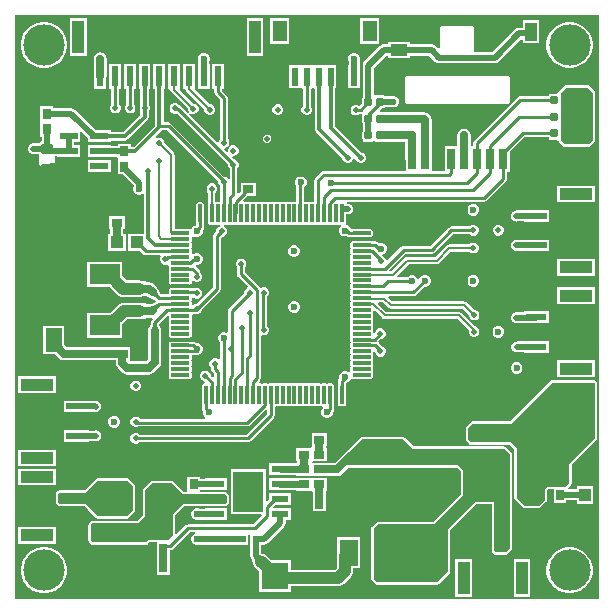
<source format=gtl>
G04*
G04 #@! TF.GenerationSoftware,Altium Limited,Altium Designer,23.7.1 (13)*
G04*
G04 Layer_Physical_Order=1*
G04 Layer_Color=255*
%FSLAX44Y44*%
%MOMM*%
G71*
G04*
G04 #@! TF.SameCoordinates,CA0AFEA4-99C7-4052-BA11-7F101D67CBD2*
G04*
G04*
G04 #@! TF.FilePolarity,Positive*
G04*
G01*
G75*
%ADD10C,0.2000*%
%ADD12C,0.2500*%
%ADD51R,2.5654X3.4544*%
%ADD52R,1.4605X0.5588*%
%ADD59R,0.9000X0.7000*%
G04:AMPARAMS|DCode=60|XSize=1.56mm|YSize=0.28mm|CornerRadius=0.035mm|HoleSize=0mm|Usage=FLASHONLY|Rotation=0.000|XOffset=0mm|YOffset=0mm|HoleType=Round|Shape=RoundedRectangle|*
%AMROUNDEDRECTD60*
21,1,1.5600,0.2100,0,0,0.0*
21,1,1.4900,0.2800,0,0,0.0*
1,1,0.0700,0.7450,-0.1050*
1,1,0.0700,-0.7450,-0.1050*
1,1,0.0700,-0.7450,0.1050*
1,1,0.0700,0.7450,0.1050*
%
%ADD60ROUNDEDRECTD60*%
G04:AMPARAMS|DCode=61|XSize=0.28mm|YSize=1.56mm|CornerRadius=0.035mm|HoleSize=0mm|Usage=FLASHONLY|Rotation=0.000|XOffset=0mm|YOffset=0mm|HoleType=Round|Shape=RoundedRectangle|*
%AMROUNDEDRECTD61*
21,1,0.2800,1.4900,0,0,0.0*
21,1,0.2100,1.5600,0,0,0.0*
1,1,0.0700,0.1050,-0.7450*
1,1,0.0700,-0.1050,-0.7450*
1,1,0.0700,-0.1050,0.7450*
1,1,0.0700,0.1050,0.7450*
%
%ADD61ROUNDEDRECTD61*%
%ADD62R,1.4500X1.0000*%
%ADD63R,1.0000X1.5500*%
%ADD64R,0.7000X1.7500*%
%ADD65R,0.8000X1.5000*%
%ADD66R,0.8000X1.4000*%
%ADD67R,1.3000X1.5000*%
%ADD68R,1.5000X1.5000*%
%ADD69R,0.7000X0.9000*%
%ADD70R,1.5000X1.3000*%
%ADD71R,2.8000X1.0000*%
%ADD72R,1.7000X0.6000*%
%ADD73R,2.0000X1.9000*%
%ADD74R,0.9000X0.7000*%
%ADD75R,1.4000X2.0000*%
%ADD76R,0.6000X1.7000*%
%ADD77R,1.0000X2.8000*%
%ADD78R,0.6000X1.5500*%
%ADD79R,1.2000X1.8000*%
%ADD80R,0.7000X0.9000*%
%ADD81R,2.5400X1.7780*%
%ADD82R,1.1000X1.0000*%
%ADD83R,1.5000X0.6000*%
G04:AMPARAMS|DCode=84|XSize=1mm|YSize=0.9mm|CornerRadius=0.1125mm|HoleSize=0mm|Usage=FLASHONLY|Rotation=0.000|XOffset=0mm|YOffset=0mm|HoleType=Round|Shape=RoundedRectangle|*
%AMROUNDEDRECTD84*
21,1,1.0000,0.6750,0,0,0.0*
21,1,0.7750,0.9000,0,0,0.0*
1,1,0.2250,0.3875,-0.3375*
1,1,0.2250,-0.3875,-0.3375*
1,1,0.2250,-0.3875,0.3375*
1,1,0.2250,0.3875,0.3375*
%
%ADD84ROUNDEDRECTD84*%
G04:AMPARAMS|DCode=85|XSize=0.6mm|YSize=0.7mm|CornerRadius=0.075mm|HoleSize=0mm|Usage=FLASHONLY|Rotation=180.000|XOffset=0mm|YOffset=0mm|HoleType=Round|Shape=RoundedRectangle|*
%AMROUNDEDRECTD85*
21,1,0.6000,0.5500,0,0,180.0*
21,1,0.4500,0.7000,0,0,180.0*
1,1,0.1500,-0.2250,0.2750*
1,1,0.1500,0.2250,0.2750*
1,1,0.1500,0.2250,-0.2750*
1,1,0.1500,-0.2250,-0.2750*
%
%ADD85ROUNDEDRECTD85*%
%ADD86R,2.4000X1.0000*%
%ADD87R,2.4000X3.3000*%
%ADD88R,2.3000X2.3000*%
%ADD89R,1.6000X2.2000*%
%ADD90R,0.5000X0.6000*%
%ADD91R,0.6000X0.5000*%
%ADD92R,1.0000X1.1000*%
%ADD93C,1.0000*%
%ADD94C,0.7000*%
%ADD95C,0.5000*%
%ADD96C,0.3000*%
%ADD97C,1.0000*%
%ADD98C,0.6000*%
%ADD99C,0.5500*%
%ADD100C,3.5001*%
%ADD101C,0.6000*%
%ADD102C,0.5000*%
G36*
X247500Y-247500D02*
X-247500D01*
Y247500D01*
X247500D01*
Y-247500D01*
D02*
G37*
%LPC*%
G36*
X61000Y244734D02*
X45000D01*
Y222734D01*
X61000D01*
Y244734D01*
D02*
G37*
G36*
X-15000D02*
X-31000D01*
Y222734D01*
X-15000D01*
Y244734D01*
D02*
G37*
G36*
X196750Y243000D02*
X182750D01*
Y236565D01*
X179722D01*
X177868Y236196D01*
X176297Y235146D01*
X157244Y216093D01*
X141539D01*
Y236000D01*
X141384Y236780D01*
X140942Y237442D01*
X140280Y237884D01*
X139500Y238039D01*
X114500D01*
X113720Y237884D01*
X113058Y237442D01*
X112616Y236780D01*
X112461Y236000D01*
Y219298D01*
X111287Y218812D01*
X109175Y220925D01*
X107603Y221974D01*
X105750Y222343D01*
X87000D01*
Y224500D01*
X68500D01*
Y222815D01*
X65472D01*
X65472Y222815D01*
X63618Y222446D01*
X62047Y221397D01*
X48575Y207925D01*
X47526Y206353D01*
X47157Y204500D01*
Y177810D01*
X46946Y176750D01*
Y173132D01*
X45053Y171239D01*
X44049Y170565D01*
X42395Y171250D01*
X40605D01*
X38951Y170565D01*
X37685Y169299D01*
X37000Y167645D01*
Y165855D01*
X37685Y164201D01*
X38951Y162935D01*
X40605Y162250D01*
X42395D01*
X44049Y162935D01*
X45029Y163915D01*
X45728D01*
X46095Y163988D01*
X46351Y163828D01*
X47064Y162925D01*
X47073Y162887D01*
X46946Y162250D01*
Y156750D01*
X47160Y155677D01*
X47412Y155299D01*
Y149700D01*
X47160Y149323D01*
X46946Y148250D01*
Y142750D01*
X47160Y141677D01*
X47767Y140767D01*
X48677Y140160D01*
X49750Y139946D01*
X54250D01*
X55323Y140160D01*
X56233Y140767D01*
X56236Y140773D01*
X57764D01*
X57767Y140767D01*
X58677Y140160D01*
X59750Y139946D01*
X61226D01*
X62125Y139767D01*
X83392D01*
Y125250D01*
X83500Y124708D01*
Y115314D01*
X14250D01*
X12982Y115061D01*
X11907Y114343D01*
X7257Y109693D01*
X6539Y108618D01*
X6286Y107350D01*
Y89791D01*
X5500Y89146D01*
X3400D01*
X2483Y88964D01*
X1950Y88607D01*
X1417Y88964D01*
X500Y89146D01*
X-1600D01*
X-2236Y89668D01*
Y101443D01*
X-1011Y102668D01*
X-250Y104505D01*
Y106495D01*
X-1011Y108332D01*
X-2418Y109739D01*
X-4255Y110500D01*
X-6245D01*
X-8082Y109739D01*
X-9489Y108332D01*
X-10250Y106495D01*
Y104505D01*
X-9489Y102668D01*
X-8864Y102043D01*
Y89668D01*
X-9500Y89146D01*
X-11600D01*
X-12517Y88964D01*
X-13050Y88607D01*
X-13583Y88964D01*
X-14500Y89146D01*
X-16600D01*
X-17517Y88964D01*
X-18050Y88608D01*
X-18583Y88964D01*
X-19500Y89146D01*
X-21600D01*
X-22517Y88964D01*
X-23050Y88607D01*
X-23583Y88964D01*
X-24500Y89146D01*
X-26600D01*
X-27517Y88964D01*
X-28050Y88608D01*
X-28583Y88964D01*
X-29500Y89146D01*
X-31600D01*
X-32517Y88964D01*
X-33050Y88608D01*
X-33583Y88964D01*
X-34500Y89146D01*
X-36600D01*
X-37517Y88964D01*
X-38050Y88607D01*
X-38583Y88964D01*
X-39500Y89146D01*
X-41600D01*
X-42517Y88964D01*
X-43050Y88608D01*
X-43583Y88964D01*
X-44500Y89146D01*
X-46600D01*
X-47517Y88964D01*
X-48050Y88607D01*
X-48583Y88964D01*
X-49500Y89146D01*
X-51600D01*
X-52517Y88964D01*
X-52597Y88910D01*
X-53637Y89336D01*
X-53946Y90617D01*
X-50407Y94157D01*
X-50345Y94250D01*
X-43000D01*
Y105250D01*
X-56000D01*
Y97936D01*
X-57666Y96270D01*
X-58936Y96796D01*
Y117450D01*
X-58435Y117951D01*
X-57750Y119605D01*
Y121395D01*
X-58435Y123049D01*
X-59701Y124315D01*
X-61355Y125000D01*
X-61564D01*
X-63390Y126827D01*
X-63382Y126866D01*
X-62768Y128000D01*
X-61355D01*
X-59701Y128685D01*
X-58435Y129951D01*
X-57750Y131605D01*
Y133395D01*
X-58435Y135049D01*
X-59701Y136315D01*
X-61355Y137000D01*
X-63145D01*
X-64799Y136315D01*
X-66065Y135049D01*
X-66750Y133395D01*
Y131982D01*
X-67884Y131368D01*
X-67923Y131360D01*
X-70110Y133546D01*
X-69584Y134816D01*
X-69289D01*
X-67635Y135501D01*
X-66369Y136767D01*
X-65684Y138421D01*
Y140211D01*
X-66369Y141865D01*
X-67186Y142682D01*
Y177250D01*
X-67439Y178518D01*
X-68157Y179593D01*
X-71657Y183093D01*
Y184732D01*
X-69971D01*
Y205731D01*
X-79971D01*
Y184732D01*
X-78284D01*
Y181721D01*
X-78032Y180453D01*
X-77314Y179378D01*
X-73814Y175877D01*
Y142050D01*
X-73999Y141865D01*
X-74684Y140211D01*
Y139916D01*
X-75954Y139390D01*
X-99533Y162969D01*
X-98799Y163935D01*
X-97145Y163250D01*
X-95355D01*
X-93701Y163935D01*
X-92435Y165201D01*
X-91750Y166855D01*
Y168645D01*
X-92435Y170299D01*
X-93701Y171565D01*
X-95355Y172250D01*
X-96424D01*
X-107891Y183717D01*
X-107471Y184732D01*
X-107471D01*
Y205731D01*
X-117471D01*
Y184732D01*
X-116433D01*
X-115530Y183971D01*
X-115297Y182801D01*
X-114634Y181808D01*
X-100750Y167924D01*
Y166855D01*
X-100065Y165201D01*
X-101031Y164467D01*
X-106679Y170115D01*
X-107754Y170833D01*
X-108023Y170887D01*
X-109201Y172065D01*
X-110855Y172750D01*
X-112645D01*
X-114299Y172065D01*
X-115565Y170799D01*
X-116250Y169145D01*
Y167355D01*
X-115565Y165701D01*
X-114299Y164435D01*
X-112645Y163750D01*
X-110855D01*
X-110028Y164092D01*
X-66750Y120814D01*
Y119605D01*
X-66065Y117951D01*
X-65564Y117450D01*
Y109087D01*
X-66134Y108813D01*
X-66834Y108698D01*
X-67951Y109815D01*
X-69605Y110500D01*
X-69864D01*
X-114680Y155316D01*
X-115755Y156034D01*
X-117023Y156287D01*
X-121405D01*
Y184732D01*
X-119973D01*
Y205731D01*
X-129973D01*
Y184732D01*
X-128542D01*
Y153505D01*
X-146728Y135319D01*
X-149250D01*
Y138250D01*
X-160250D01*
Y136484D01*
X-166237D01*
Y137041D01*
X-185237D01*
Y127041D01*
X-166237D01*
Y127307D01*
X-161148D01*
X-160250Y126409D01*
X-160250Y125250D01*
X-160250Y123980D01*
Y112250D01*
X-155739D01*
X-146779Y103291D01*
Y102941D01*
X-146623Y102155D01*
X-147000Y101245D01*
Y99255D01*
X-146239Y97418D01*
X-144832Y96011D01*
X-142995Y95250D01*
X-141005D01*
X-139339Y95940D01*
X-138069Y95451D01*
Y61750D01*
X-151492D01*
Y47750D01*
X-141539D01*
X-138766Y44977D01*
X-137608Y44203D01*
X-136243Y43931D01*
X-134961Y44186D01*
X-124337D01*
X-123870Y42916D01*
X-124500Y41395D01*
Y39605D01*
X-123815Y37951D01*
X-122549Y36685D01*
X-120895Y36000D01*
X-119105D01*
X-118716Y36161D01*
X-117458Y35590D01*
X-117014Y34467D01*
X-117196Y33550D01*
Y31450D01*
X-117014Y30533D01*
X-116657Y30000D01*
X-117014Y29467D01*
X-117196Y28550D01*
Y26450D01*
X-117014Y25533D01*
X-116657Y25000D01*
X-117014Y24467D01*
X-117196Y23550D01*
Y21450D01*
X-117014Y20533D01*
X-116494Y19756D01*
X-115717Y19236D01*
X-114800Y19054D01*
X-99900D01*
X-98983Y19236D01*
X-98206Y19756D01*
X-97686Y20533D01*
X-97504Y21450D01*
Y21844D01*
X-96234Y22370D01*
X-95799Y21935D01*
X-94145Y21250D01*
X-92355D01*
X-90701Y21935D01*
X-89435Y23201D01*
X-88750Y24855D01*
Y26645D01*
X-89435Y28299D01*
X-89949Y28813D01*
X-90189Y30018D01*
X-90907Y31093D01*
X-94044Y34230D01*
X-93518Y35500D01*
X-92255D01*
X-90418Y36261D01*
X-89011Y37668D01*
X-88250Y39505D01*
Y41495D01*
X-89011Y43332D01*
X-90418Y44739D01*
X-92255Y45500D01*
X-94244D01*
X-96082Y44739D01*
X-97372Y45121D01*
X-97686Y45533D01*
X-97504Y46450D01*
Y48550D01*
X-97686Y49467D01*
X-98042Y50000D01*
X-97686Y50533D01*
X-97504Y51450D01*
Y53550D01*
X-97686Y54467D01*
X-98042Y55000D01*
X-97686Y55533D01*
X-97504Y56450D01*
Y58550D01*
X-97570Y58884D01*
X-97354Y59237D01*
X-96082Y59761D01*
X-94244Y59000D01*
X-92255D01*
X-90418Y59761D01*
X-89011Y61168D01*
X-88250Y63005D01*
Y64995D01*
X-88328Y65183D01*
X-88207Y65304D01*
X-87489Y66379D01*
X-87236Y67647D01*
Y71185D01*
X-87104Y71850D01*
Y86750D01*
X-87286Y87667D01*
X-87806Y88444D01*
X-88583Y88964D01*
X-89500Y89146D01*
X-91600D01*
X-92517Y88964D01*
X-93294Y88444D01*
X-93814Y87667D01*
X-93996Y86750D01*
Y71850D01*
X-93864Y71185D01*
Y69020D01*
X-93883Y69000D01*
X-94244D01*
X-96082Y68239D01*
X-97489Y66832D01*
X-97664Y66410D01*
X-98983Y65764D01*
X-99900Y65946D01*
X-111941D01*
Y128750D01*
X-111941Y128750D01*
X-112174Y129921D01*
X-112837Y130913D01*
X-120750Y138826D01*
Y139895D01*
X-121435Y141549D01*
X-122701Y142815D01*
X-124355Y143500D01*
X-126145D01*
X-127019Y143138D01*
X-127739Y144214D01*
X-122450Y149503D01*
X-122346Y149660D01*
X-118396D01*
X-75000Y106264D01*
Y105105D01*
X-74315Y103451D01*
X-73839Y102975D01*
Y89689D01*
X-74500Y89146D01*
X-76600D01*
X-77466Y89857D01*
Y96920D01*
X-76685Y97701D01*
X-76000Y99355D01*
Y101145D01*
X-76685Y102799D01*
X-77951Y104065D01*
X-79605Y104750D01*
X-81395D01*
X-83049Y104065D01*
X-84315Y102799D01*
X-85000Y101145D01*
Y99355D01*
X-84315Y97701D01*
X-83584Y96970D01*
Y88011D01*
X-83814Y87667D01*
X-83996Y86750D01*
Y71850D01*
X-83814Y70933D01*
X-83294Y70156D01*
X-82517Y69636D01*
X-81600Y69454D01*
X-79500D01*
X-78583Y69636D01*
X-78050Y69992D01*
X-77517Y69636D01*
X-76600Y69454D01*
X-74500D01*
X-73847Y69584D01*
X-73477Y68363D01*
X-74799Y67815D01*
X-76065Y66549D01*
X-76750Y64895D01*
Y64186D01*
X-78843Y62093D01*
X-79561Y61018D01*
X-79814Y59750D01*
Y16623D01*
X-93436Y3000D01*
X-94145D01*
X-95799Y2315D01*
X-96234Y1880D01*
X-97504Y2406D01*
Y3550D01*
X-97686Y4467D01*
X-98042Y5000D01*
X-97686Y5533D01*
X-97504Y6450D01*
Y7594D01*
X-96234Y8120D01*
X-95799Y7685D01*
X-94145Y7000D01*
X-92355D01*
X-90701Y7685D01*
X-89435Y8951D01*
X-88750Y10605D01*
Y12395D01*
X-89435Y14049D01*
X-90701Y15315D01*
X-92355Y16000D01*
X-94145D01*
X-94703Y15769D01*
X-94927Y15814D01*
X-99235D01*
X-99900Y15946D01*
X-114800D01*
X-115717Y15764D01*
X-116494Y15244D01*
X-117014Y14467D01*
X-117196Y13550D01*
Y11450D01*
X-117718Y10814D01*
X-124002D01*
X-124248Y11180D01*
X-124511Y12506D01*
X-125056Y13320D01*
X-125319Y14646D01*
X-126535Y16465D01*
X-129360Y19291D01*
X-131179Y20506D01*
X-133325Y20933D01*
X-136500D01*
Y22000D01*
X-139401D01*
X-140173Y22320D01*
X-142000Y22560D01*
X-152425D01*
X-156550Y26685D01*
Y38480D01*
X-185950D01*
Y16700D01*
X-166535D01*
X-160342Y10508D01*
X-158880Y9385D01*
X-157177Y8680D01*
X-155350Y8440D01*
X-142000D01*
X-140173Y8680D01*
X-139401Y9000D01*
X-136500D01*
Y9000D01*
X-135230Y9299D01*
X-134465Y8535D01*
X-132646Y7319D01*
X-131320Y7056D01*
X-130506Y6511D01*
X-129180Y6247D01*
X-128583Y5848D01*
X-128532Y5779D01*
X-128201Y4644D01*
X-128563Y4123D01*
X-128687Y3999D01*
X-129430Y3503D01*
X-130756Y3239D01*
X-131571Y2695D01*
X-132896Y2431D01*
X-133005Y2358D01*
X-136500D01*
Y3250D01*
X-139401D01*
X-140173Y3570D01*
X-142000Y3810D01*
X-155100D01*
X-156927Y3570D01*
X-158630Y2864D01*
X-160092Y1742D01*
X-166535Y-4700D01*
X-185950D01*
Y-26480D01*
X-156550D01*
Y-14685D01*
X-152176Y-10310D01*
X-142000D01*
X-140173Y-10070D01*
X-139401Y-9750D01*
X-136500D01*
Y-8858D01*
X-131340D01*
X-131106Y-9128D01*
X-130656Y-9970D01*
X-131433Y-10746D01*
X-132151Y-11821D01*
X-132403Y-13089D01*
Y-14418D01*
X-132566Y-15237D01*
X-133239Y-16244D01*
X-133437Y-17241D01*
X-134181Y-18354D01*
X-134608Y-20500D01*
Y-44177D01*
X-136323Y-45892D01*
X-148600D01*
X-149500Y-45000D01*
Y-34000D01*
X-155458D01*
X-156000Y-33892D01*
X-203435D01*
X-205508Y-31820D01*
Y-15750D01*
X-223508D01*
Y-39750D01*
X-213438D01*
X-209723Y-43465D01*
X-207904Y-44681D01*
X-205758Y-45108D01*
X-161885D01*
Y-47222D01*
X-161458Y-49369D01*
X-160243Y-51188D01*
X-155965Y-55465D01*
X-154146Y-56681D01*
X-152000Y-57108D01*
X-134000D01*
X-131854Y-56681D01*
X-130035Y-55465D01*
X-125035Y-50465D01*
X-123819Y-48646D01*
X-123392Y-46500D01*
Y-20500D01*
X-123819Y-18354D01*
X-124563Y-17241D01*
X-124761Y-16244D01*
X-125434Y-15237D01*
X-125619Y-14305D01*
X-118466Y-7152D01*
X-117196Y-7678D01*
Y-8550D01*
X-117014Y-9467D01*
X-116657Y-10000D01*
X-117014Y-10533D01*
X-117196Y-11450D01*
Y-13550D01*
X-117014Y-14467D01*
X-116657Y-15000D01*
X-117014Y-15533D01*
X-117196Y-16450D01*
Y-18550D01*
X-117014Y-19467D01*
X-116657Y-20000D01*
X-117014Y-20533D01*
X-117196Y-21450D01*
Y-23550D01*
X-117014Y-24467D01*
X-116494Y-25244D01*
X-115717Y-25764D01*
X-114800Y-25946D01*
X-99900D01*
X-98983Y-25764D01*
X-98206Y-25244D01*
X-97686Y-24467D01*
X-97504Y-23550D01*
Y-21450D01*
X-97686Y-20533D01*
X-98042Y-20000D01*
X-97686Y-19467D01*
X-97504Y-18550D01*
Y-16450D01*
X-97686Y-15533D01*
X-98042Y-15000D01*
X-97686Y-14467D01*
X-97504Y-13550D01*
Y-11450D01*
X-97686Y-10533D01*
X-98042Y-10000D01*
X-97686Y-9467D01*
X-97504Y-8550D01*
Y-6450D01*
X-96859Y-5664D01*
X-94957D01*
X-94145Y-6000D01*
X-92355D01*
X-90701Y-5315D01*
X-89435Y-4049D01*
X-88750Y-2395D01*
Y-1686D01*
X-74157Y12907D01*
X-73439Y13982D01*
X-73186Y15250D01*
Y58377D01*
X-72064Y59500D01*
X-71355D01*
X-69701Y60185D01*
X-68435Y61451D01*
X-67750Y63105D01*
Y64895D01*
X-68435Y66549D01*
X-69701Y67815D01*
X-70592Y68184D01*
X-70339Y69454D01*
X-69500D01*
X-68583Y69636D01*
X-68050Y69992D01*
X-67517Y69636D01*
X-66600Y69454D01*
X-64500D01*
X-63583Y69636D01*
X-63050Y69992D01*
X-62517Y69636D01*
X-61600Y69454D01*
X-59500D01*
X-58583Y69636D01*
X-58050Y69992D01*
X-57517Y69636D01*
X-56600Y69454D01*
X-54500D01*
X-53583Y69636D01*
X-53050Y69992D01*
X-52517Y69636D01*
X-51600Y69454D01*
X-49500D01*
X-48583Y69636D01*
X-48050Y69992D01*
X-47517Y69636D01*
X-46600Y69454D01*
X-44500D01*
X-43583Y69636D01*
X-43050Y69992D01*
X-42517Y69636D01*
X-41600Y69454D01*
X-39500D01*
X-38583Y69636D01*
X-38050Y69992D01*
X-37517Y69636D01*
X-36600Y69454D01*
X-34500D01*
X-33583Y69636D01*
X-33050Y69992D01*
X-32517Y69636D01*
X-31600Y69454D01*
X-29500D01*
X-28583Y69636D01*
X-28050Y69992D01*
X-27517Y69636D01*
X-26600Y69454D01*
X-24500D01*
X-23583Y69636D01*
X-23050Y69992D01*
X-22517Y69636D01*
X-21600Y69454D01*
X-19500D01*
X-18583Y69636D01*
X-18050Y69992D01*
X-17517Y69636D01*
X-16600Y69454D01*
X-14500D01*
X-13583Y69636D01*
X-13050Y69992D01*
X-12517Y69636D01*
X-11600Y69454D01*
X-9500D01*
X-8583Y69636D01*
X-8050Y69992D01*
X-7517Y69636D01*
X-6600Y69454D01*
X-4500D01*
X-3583Y69636D01*
X-3050Y69992D01*
X-2517Y69636D01*
X-1600Y69454D01*
X500D01*
X1417Y69636D01*
X1950Y69992D01*
X2483Y69636D01*
X3400Y69454D01*
X5500D01*
X6417Y69636D01*
X6950Y69992D01*
X7483Y69636D01*
X8400Y69454D01*
X10500D01*
X11417Y69636D01*
X11950Y69992D01*
X12483Y69636D01*
X13400Y69454D01*
X15500D01*
X16417Y69636D01*
X16950Y69992D01*
X17483Y69636D01*
X18400Y69454D01*
X20500D01*
X21417Y69636D01*
X21950Y69992D01*
X22483Y69636D01*
X23400Y69454D01*
X25500D01*
X26417Y69636D01*
X26950Y69992D01*
X27483Y69636D01*
X28347Y69465D01*
X28454Y69306D01*
X28863Y68184D01*
X28261Y67582D01*
X27500Y65745D01*
Y63755D01*
X28261Y61918D01*
X29668Y60511D01*
X31505Y59750D01*
X33495D01*
X33867Y59904D01*
X34563Y59439D01*
X35831Y59186D01*
X38135D01*
X38800Y59054D01*
X53700D01*
X54617Y59236D01*
X55394Y59756D01*
X55914Y60533D01*
X56096Y61450D01*
Y63550D01*
X55914Y64467D01*
X55394Y65244D01*
X54617Y65764D01*
X53700Y65946D01*
X38800D01*
X38135Y65814D01*
X37471D01*
X36739Y67582D01*
X35332Y68989D01*
X33495Y69750D01*
X33451D01*
X32736Y70898D01*
X32731Y71020D01*
X32896Y71850D01*
Y78412D01*
X34500D01*
X34943Y78500D01*
X35395D01*
X35813Y78673D01*
X36256Y78761D01*
X36632Y79012D01*
X37049Y79185D01*
X37369Y79505D01*
X37744Y79756D01*
X37995Y80132D01*
X38315Y80451D01*
X38488Y80868D01*
X38739Y81244D01*
X38827Y81687D01*
X39000Y82105D01*
Y82557D01*
X39088Y83000D01*
X39000Y83443D01*
Y83895D01*
X38827Y84313D01*
X38739Y84756D01*
X38488Y85132D01*
X38315Y85549D01*
X37995Y85869D01*
X37744Y86244D01*
X37369Y86495D01*
X37049Y86815D01*
X36632Y86988D01*
X36256Y87239D01*
X35813Y87327D01*
X35395Y87500D01*
X34943D01*
X34500Y87588D01*
X33805D01*
X33605Y87916D01*
X34316Y89186D01*
X149750D01*
X151018Y89439D01*
X152093Y90157D01*
X168343Y106407D01*
X169062Y107482D01*
X169314Y108750D01*
Y114500D01*
X171500D01*
Y131314D01*
X183899Y143712D01*
X204558D01*
X204660Y143203D01*
X205267Y142293D01*
X206177Y141686D01*
X207250Y141472D01*
X211750D01*
X212959Y141001D01*
X212960Y141000D01*
X213053Y140535D01*
X213116Y140220D01*
X213558Y139558D01*
X216808Y136308D01*
X217470Y135866D01*
X218250Y135711D01*
X238500D01*
X239280Y135866D01*
X239942Y136308D01*
X243692Y140058D01*
X244134Y140720D01*
X244289Y141500D01*
Y181500D01*
X244134Y182280D01*
X243692Y182942D01*
X243692Y182942D01*
X239442Y187192D01*
X238780Y187634D01*
X238000Y187789D01*
X219500D01*
X218720Y187634D01*
X218058Y187192D01*
X213558Y182692D01*
X213116Y182030D01*
X213077Y181832D01*
X211981Y180889D01*
X211750Y180804D01*
X207250D01*
X206177Y180590D01*
X205267Y179983D01*
X204660Y179073D01*
X204558Y178564D01*
X180750D01*
X179482Y178311D01*
X178407Y177593D01*
X141657Y140843D01*
X140939Y139768D01*
X140686Y138500D01*
Y136000D01*
X138608D01*
Y145500D01*
X138181Y147646D01*
X136965Y149465D01*
X136965Y149465D01*
X135146Y150681D01*
X133000Y151108D01*
X130854Y150681D01*
X129035Y149465D01*
X127819Y147646D01*
X127392Y145500D01*
X127392Y145500D01*
Y136000D01*
X116500D01*
Y115314D01*
X105500D01*
Y136000D01*
X105483D01*
Y158625D01*
X105056Y160771D01*
X103840Y162590D01*
X103541Y162791D01*
X103340Y163090D01*
X101521Y164306D01*
X99375Y164733D01*
X65484D01*
X65323Y164840D01*
X64250Y165054D01*
X62010D01*
X61524Y166227D01*
X63023Y167727D01*
X63504Y168446D01*
X64250D01*
X65323Y168660D01*
X66233Y169267D01*
X66329Y169412D01*
X70761D01*
X71755Y169000D01*
X73745D01*
X75582Y169761D01*
X76989Y171168D01*
X77750Y173006D01*
Y174995D01*
X76989Y176832D01*
X75582Y178239D01*
X73745Y179000D01*
X71755D01*
X70761Y178588D01*
X66329D01*
X66233Y178733D01*
X65323Y179340D01*
X64250Y179554D01*
X59750D01*
X58677Y179340D01*
X58113Y178964D01*
X56982Y179407D01*
X56843Y179526D01*
Y202494D01*
X67230Y212881D01*
X68500Y212530D01*
Y210500D01*
X87000D01*
Y212657D01*
X103744D01*
X108575Y207825D01*
X110147Y206776D01*
X112000Y206407D01*
X159250D01*
X161103Y206776D01*
X162675Y207825D01*
X181480Y226631D01*
X182750Y226280D01*
Y223500D01*
X196750D01*
Y243000D01*
D02*
G37*
G36*
X-186469Y244734D02*
X-200469D01*
Y212734D01*
X-186469D01*
Y244734D01*
D02*
G37*
G36*
X-36970Y244732D02*
X-50970D01*
Y212732D01*
X-36970D01*
Y244732D01*
D02*
G37*
G36*
X5000Y204734D02*
X3730Y204734D01*
X-3730D01*
X-5000Y204734D01*
X-6270Y204734D01*
X-15000D01*
Y185234D01*
X-4462Y185234D01*
X-3564Y184336D01*
Y170300D01*
X-4065Y169799D01*
X-4750Y168145D01*
Y166355D01*
X-4065Y164701D01*
X-2799Y163435D01*
X-1145Y162750D01*
X645D01*
X2299Y163435D01*
X3565Y164701D01*
X4250Y166355D01*
Y168145D01*
X3565Y169799D01*
X3064Y170300D01*
Y184336D01*
X3962Y185234D01*
X5533Y185234D01*
X6431Y184336D01*
Y151000D01*
X6703Y149634D01*
X7477Y148477D01*
X30000Y125953D01*
Y125355D01*
X30685Y123701D01*
X31951Y122435D01*
X33605Y121750D01*
X35395D01*
X37049Y122435D01*
X38315Y123701D01*
X39000Y125355D01*
Y125918D01*
X40160Y126424D01*
X41000Y125754D01*
Y125355D01*
X41685Y123701D01*
X42951Y122435D01*
X44605Y121750D01*
X46395D01*
X48049Y122435D01*
X49315Y123701D01*
X50000Y125355D01*
Y127145D01*
X49315Y128799D01*
X48049Y130065D01*
X46395Y130750D01*
X46297D01*
X23569Y153478D01*
Y185234D01*
X25000D01*
Y204734D01*
X6270D01*
X5000Y204734D01*
D02*
G37*
G36*
X224216Y241372D02*
X220375D01*
X216607Y240623D01*
X213059Y239153D01*
X209865Y237019D01*
X207148Y234303D01*
X205014Y231109D01*
X203544Y227560D01*
X202795Y223792D01*
Y219951D01*
X203544Y216183D01*
X205014Y212635D01*
X207148Y209441D01*
X209865Y206724D01*
X213059Y204590D01*
X216607Y203120D01*
X220375Y202371D01*
X224216D01*
X227984Y203120D01*
X231533Y204590D01*
X234727Y206724D01*
X237443Y209441D01*
X239577Y212635D01*
X241047Y216183D01*
X241796Y219951D01*
Y223792D01*
X241047Y227560D01*
X239577Y231109D01*
X237443Y234303D01*
X234727Y237019D01*
X231533Y239153D01*
X227984Y240623D01*
X224216Y241372D01*
D02*
G37*
G36*
X-220784D02*
X-224625D01*
X-228393Y240623D01*
X-231941Y239153D01*
X-235135Y237019D01*
X-237852Y234303D01*
X-239986Y231109D01*
X-241456Y227560D01*
X-242205Y223792D01*
Y219951D01*
X-241456Y216183D01*
X-239986Y212635D01*
X-237852Y209441D01*
X-235135Y206724D01*
X-231941Y204590D01*
X-228393Y203120D01*
X-224625Y202371D01*
X-220784D01*
X-217016Y203120D01*
X-213467Y204590D01*
X-210273Y206724D01*
X-207557Y209441D01*
X-205423Y212635D01*
X-203953Y216183D01*
X-203204Y219951D01*
Y223792D01*
X-203953Y227560D01*
X-205423Y231109D01*
X-207557Y234303D01*
X-210273Y237019D01*
X-213467Y239153D01*
X-217016Y240623D01*
X-220784Y241372D01*
D02*
G37*
G36*
X40995Y215250D02*
X39005D01*
X37168Y214489D01*
X35761Y213082D01*
X35000Y211245D01*
Y209255D01*
X35412Y208261D01*
Y204734D01*
X35000D01*
Y185234D01*
X45000D01*
Y204734D01*
X44588D01*
Y208261D01*
X45000Y209255D01*
Y211245D01*
X44239Y213082D01*
X42832Y214489D01*
X40995Y215250D01*
D02*
G37*
G36*
X-86478D02*
X-88467D01*
X-90305Y214489D01*
X-91711Y213082D01*
X-92473Y211245D01*
Y209255D01*
X-92061Y208261D01*
Y205731D01*
X-92473D01*
Y184732D01*
X-82473D01*
Y205731D01*
X-82884D01*
Y208261D01*
X-82473Y209255D01*
Y211245D01*
X-83234Y213082D01*
X-84640Y214489D01*
X-86478Y215250D01*
D02*
G37*
G36*
X-175000Y215858D02*
X-177146Y215431D01*
X-178965Y214215D01*
X-180181Y212396D01*
X-180608Y210250D01*
X-180578Y210102D01*
Y195231D01*
X-180151Y193085D01*
X-179970Y192815D01*
Y184732D01*
X-169970D01*
Y192815D01*
X-169790Y193085D01*
X-169363Y195231D01*
Y210221D01*
X-169790Y212367D01*
X-171005Y214186D01*
X-171035Y214215D01*
X-172854Y215431D01*
X-175000Y215858D01*
D02*
G37*
G36*
X170000Y196039D02*
X85000D01*
X84220Y195884D01*
X83558Y195442D01*
X83116Y194780D01*
X82961Y194000D01*
Y174000D01*
X83116Y173220D01*
X83558Y172558D01*
X84220Y172116D01*
X85000Y171961D01*
X170000D01*
X170780Y172116D01*
X171442Y172558D01*
X171884Y173220D01*
X172039Y174000D01*
Y194000D01*
X171884Y194780D01*
X171442Y195442D01*
X170780Y195884D01*
X170000Y196039D01*
D02*
G37*
G36*
X-144972Y205731D02*
X-154972D01*
Y184732D01*
X-153174D01*
Y171439D01*
X-153565Y171049D01*
X-154250Y169395D01*
Y167605D01*
X-153565Y165951D01*
X-152299Y164685D01*
X-150645Y164000D01*
X-148855D01*
X-147201Y164685D01*
X-145935Y165951D01*
X-145250Y167605D01*
Y169395D01*
X-145935Y171049D01*
X-146547Y171661D01*
Y184732D01*
X-144972D01*
Y205731D01*
D02*
G37*
G36*
X-157471D02*
X-167471D01*
Y184732D01*
X-165785D01*
Y171329D01*
X-166065Y171049D01*
X-166750Y169395D01*
Y167605D01*
X-166065Y165951D01*
X-164799Y164685D01*
X-163145Y164000D01*
X-161355D01*
X-159701Y164685D01*
X-158435Y165951D01*
X-157750Y167605D01*
Y169395D01*
X-158435Y171049D01*
X-159157Y171771D01*
Y184732D01*
X-157471D01*
Y205731D01*
D02*
G37*
G36*
X-23855Y171750D02*
X-25645D01*
X-27299Y171065D01*
X-28565Y169799D01*
X-29250Y168145D01*
Y166355D01*
X-28565Y164701D01*
X-27299Y163435D01*
X-25645Y162750D01*
X-23855D01*
X-22201Y163435D01*
X-20935Y164701D01*
X-20250Y166355D01*
Y168145D01*
X-20935Y169799D01*
X-22201Y171065D01*
X-23855Y171750D01*
D02*
G37*
G36*
X-94972Y205731D02*
X-104972D01*
Y184732D01*
X-102983D01*
X-102798Y183801D01*
X-102135Y182809D01*
X-86750Y167424D01*
Y166355D01*
X-86065Y164701D01*
X-84799Y163435D01*
X-83145Y162750D01*
X-81355D01*
X-79701Y163435D01*
X-78435Y164701D01*
X-77750Y166355D01*
Y168145D01*
X-78435Y169799D01*
X-79701Y171065D01*
X-81355Y171750D01*
X-82424D01*
X-94385Y183711D01*
X-94972Y184732D01*
X-94972D01*
X-94972Y184732D01*
Y205731D01*
D02*
G37*
G36*
X-132472D02*
X-142472D01*
Y184732D01*
X-141041D01*
Y170823D01*
X-141065Y170799D01*
X-141750Y169145D01*
Y167355D01*
X-141065Y165701D01*
X-141041Y165677D01*
Y162756D01*
X-155688Y148109D01*
X-166237D01*
Y149540D01*
X-178748D01*
X-196203Y166994D01*
X-197691Y167989D01*
X-199447Y168338D01*
X-214750D01*
Y170250D01*
X-225750D01*
Y158520D01*
X-225750Y157250D01*
X-225750Y155980D01*
Y144250D01*
X-224713D01*
Y140394D01*
X-225094Y140319D01*
X-226128Y139628D01*
X-226819Y138594D01*
X-226820Y138588D01*
X-231750D01*
X-231750Y138588D01*
X-232193Y138500D01*
X-232645D01*
X-233063Y138327D01*
X-233506Y138239D01*
X-233882Y137988D01*
X-234299Y137815D01*
X-234619Y137495D01*
X-234994Y137244D01*
X-235245Y136869D01*
X-235565Y136549D01*
X-235738Y136132D01*
X-235989Y135756D01*
X-236077Y135313D01*
X-236250Y134895D01*
Y134443D01*
X-236338Y134000D01*
X-236250Y133557D01*
Y133105D01*
X-236077Y132688D01*
X-235989Y132244D01*
X-235738Y131868D01*
X-235565Y131451D01*
X-235245Y131131D01*
X-234994Y130756D01*
X-234618Y130505D01*
X-234299Y130185D01*
X-233882Y130012D01*
X-233506Y129761D01*
X-233062Y129673D01*
X-232645Y129500D01*
X-232193D01*
X-231750Y129412D01*
X-227000D01*
Y121500D01*
X-225000Y119500D01*
X-215000D01*
X-213000Y121500D01*
Y127953D01*
X-211237D01*
Y127041D01*
X-192237D01*
Y137041D01*
X-197148D01*
Y139540D01*
X-192237D01*
Y148255D01*
X-190967Y148781D01*
X-185237Y143052D01*
Y139540D01*
X-166237D01*
Y140972D01*
X-154210D01*
X-152844Y141243D01*
X-151686Y142017D01*
X-134949Y158754D01*
X-134176Y159912D01*
X-133904Y161278D01*
Y165232D01*
X-133435Y165701D01*
X-132750Y167355D01*
Y169145D01*
X-133435Y170799D01*
X-133904Y171268D01*
Y184732D01*
X-132472D01*
Y205731D01*
D02*
G37*
G36*
X-33054Y146000D02*
X-34446D01*
X-35733Y145467D01*
X-36717Y144483D01*
X-37250Y143196D01*
Y141804D01*
X-36717Y140517D01*
X-35733Y139533D01*
X-34446Y139000D01*
X-33054D01*
X-31767Y139533D01*
X-30783Y140517D01*
X-30250Y141804D01*
Y143196D01*
X-30783Y144483D01*
X-31767Y145467D01*
X-33054Y146000D01*
D02*
G37*
G36*
X-166237Y124539D02*
X-185237D01*
Y114539D01*
X-166237D01*
Y124539D01*
D02*
G37*
G36*
X244130Y102691D02*
X212130D01*
Y88691D01*
X244130D01*
Y102691D01*
D02*
G37*
G36*
X141995Y87500D02*
X140005D01*
X138168Y86739D01*
X136761Y85332D01*
X136000Y83495D01*
Y81505D01*
X136761Y79668D01*
X138168Y78261D01*
X140005Y77500D01*
X141995D01*
X143832Y78261D01*
X145239Y79668D01*
X146000Y81505D01*
Y83495D01*
X145239Y85332D01*
X143832Y86739D01*
X141995Y87500D01*
D02*
G37*
G36*
X205130Y82190D02*
X184130D01*
Y81778D01*
X177440D01*
X175684Y81429D01*
X174870Y80885D01*
X174701Y80815D01*
X174571Y80686D01*
X174196Y80434D01*
X174006Y80244D01*
X173755Y79868D01*
X173435Y79549D01*
X173262Y79132D01*
X173011Y78756D01*
X172923Y78313D01*
X172750Y77895D01*
Y77443D01*
X172662Y77000D01*
X172750Y76557D01*
Y76105D01*
X172923Y75687D01*
X173011Y75244D01*
X173262Y74868D01*
X173435Y74451D01*
X173755Y74131D01*
X174006Y73756D01*
X174381Y73505D01*
X174701Y73185D01*
X175118Y73012D01*
X175494Y72761D01*
X175937Y72673D01*
X176355Y72500D01*
X176807D01*
X177250Y72412D01*
X177693Y72500D01*
X178145D01*
X178391Y72602D01*
X184130D01*
Y72190D01*
X205130D01*
Y82190D01*
D02*
G37*
G36*
X162887Y69518D02*
X161097D01*
X159443Y68833D01*
X158177Y67567D01*
X157492Y65913D01*
Y64123D01*
X158177Y62469D01*
X159443Y61203D01*
X161097Y60518D01*
X162887D01*
X164541Y61203D01*
X165807Y62469D01*
X166492Y64123D01*
Y65913D01*
X165807Y67567D01*
X164541Y68833D01*
X162887Y69518D01*
D02*
G37*
G36*
X141895Y69500D02*
X140105D01*
X138451Y68815D01*
X137950Y68314D01*
X122250D01*
X120982Y68061D01*
X119907Y67343D01*
X104377Y51814D01*
X81750D01*
X80482Y51561D01*
X79407Y50843D01*
X68173Y39609D01*
X66828Y40060D01*
X66315Y41299D01*
X65049Y42565D01*
X64048Y42980D01*
X63743Y43285D01*
X64098Y44725D01*
X65290Y45219D01*
X66697Y46626D01*
X67458Y48463D01*
Y50453D01*
X66697Y52290D01*
X65290Y53697D01*
X63453Y54458D01*
X61463D01*
X60627Y54112D01*
X60046Y54693D01*
X58971Y55411D01*
X57703Y55664D01*
X54767D01*
X54617Y55764D01*
X53700Y55946D01*
X38800D01*
X37883Y55764D01*
X37106Y55244D01*
X36586Y54467D01*
X36404Y53550D01*
Y51450D01*
X36586Y50533D01*
X36943Y50000D01*
X36586Y49467D01*
X36404Y48550D01*
Y46450D01*
X36586Y45533D01*
X36943Y45000D01*
X36586Y44467D01*
X36404Y43550D01*
Y41450D01*
X36586Y40533D01*
X36943Y40000D01*
X36586Y39467D01*
X36404Y38550D01*
Y36450D01*
X36586Y35533D01*
X36943Y35000D01*
X36586Y34467D01*
X36404Y33550D01*
Y31450D01*
X36586Y30533D01*
X36943Y30000D01*
X36586Y29467D01*
X36404Y28550D01*
Y26450D01*
X36586Y25533D01*
X36943Y25000D01*
X36586Y24467D01*
X36404Y23550D01*
Y21450D01*
X36586Y20533D01*
X36943Y20000D01*
X36586Y19467D01*
X36404Y18550D01*
Y16450D01*
X36586Y15533D01*
X36943Y15000D01*
X36586Y14467D01*
X36404Y13550D01*
Y11450D01*
X36586Y10533D01*
X36943Y10000D01*
X36586Y9467D01*
X36404Y8550D01*
Y6450D01*
X36586Y5533D01*
X36943Y5000D01*
X36586Y4467D01*
X36404Y3550D01*
Y1450D01*
X36586Y533D01*
X36943Y0D01*
X36586Y-533D01*
X36404Y-1450D01*
Y-3550D01*
X36586Y-4467D01*
X36943Y-5000D01*
X36586Y-5533D01*
X36404Y-6450D01*
Y-8550D01*
X36586Y-9467D01*
X36943Y-10000D01*
X36586Y-10533D01*
X36404Y-11450D01*
Y-13550D01*
X36586Y-14467D01*
X36943Y-15000D01*
X36586Y-15533D01*
X36404Y-16450D01*
Y-18550D01*
X36586Y-19467D01*
X36943Y-20000D01*
X36586Y-20533D01*
X36404Y-21450D01*
Y-23550D01*
X36586Y-24467D01*
X36943Y-25000D01*
X36586Y-25533D01*
X36404Y-26450D01*
Y-28550D01*
X36586Y-29467D01*
X36943Y-30000D01*
X36586Y-30533D01*
X36404Y-31450D01*
Y-33550D01*
X36586Y-34467D01*
X36943Y-35000D01*
X36586Y-35533D01*
X36404Y-36450D01*
Y-38550D01*
X36586Y-39467D01*
X36943Y-40000D01*
X36586Y-40533D01*
X36404Y-41450D01*
Y-43550D01*
X36586Y-44467D01*
X36943Y-45000D01*
X36586Y-45533D01*
X36404Y-46450D01*
Y-48550D01*
X36586Y-49467D01*
X36943Y-50000D01*
X36586Y-50533D01*
X36404Y-51450D01*
Y-53550D01*
X36586Y-54467D01*
X36264Y-54905D01*
X34947Y-55261D01*
X33109Y-54500D01*
X31120D01*
X29282Y-55261D01*
X27876Y-56668D01*
X27115Y-58505D01*
Y-60399D01*
X27107Y-60407D01*
X26389Y-61482D01*
X26136Y-62750D01*
Y-66185D01*
X26004Y-66850D01*
Y-81750D01*
X26186Y-82667D01*
X26706Y-83444D01*
X27483Y-83964D01*
X28400Y-84146D01*
X30500D01*
X31417Y-83964D01*
X32194Y-83444D01*
X32714Y-82667D01*
X32896Y-81750D01*
Y-66850D01*
X32764Y-66185D01*
Y-64500D01*
X33109D01*
X34947Y-63739D01*
X36353Y-62332D01*
X36698Y-61500D01*
X37883Y-60764D01*
X38800Y-60946D01*
X53700D01*
X54617Y-60764D01*
X55394Y-60244D01*
X55914Y-59467D01*
X56096Y-58550D01*
Y-56450D01*
X55914Y-55533D01*
X55557Y-55000D01*
X55914Y-54467D01*
X56096Y-53550D01*
Y-51450D01*
X55914Y-50533D01*
X55557Y-50000D01*
X55914Y-49467D01*
X56096Y-48550D01*
Y-46450D01*
X55914Y-45533D01*
X55557Y-45000D01*
X55914Y-44467D01*
X56096Y-43550D01*
Y-41450D01*
X55914Y-40533D01*
X55557Y-40000D01*
X55914Y-39467D01*
X56096Y-38550D01*
Y-38383D01*
X57366Y-37709D01*
X57750Y-37968D01*
Y-38395D01*
X58435Y-40049D01*
X59701Y-41315D01*
X61355Y-42000D01*
X63145D01*
X64799Y-41315D01*
X66065Y-40049D01*
X66750Y-38395D01*
Y-36605D01*
X66065Y-34951D01*
X64799Y-33685D01*
X63145Y-33000D01*
X62986D01*
X60609Y-30623D01*
X60430Y-29006D01*
X62436Y-27000D01*
X63145D01*
X64799Y-26315D01*
X66065Y-25049D01*
X66750Y-23395D01*
Y-21605D01*
X66065Y-19951D01*
X64799Y-18685D01*
X63145Y-18000D01*
X61355D01*
X59701Y-18685D01*
X58435Y-19951D01*
X57750Y-21605D01*
X57366Y-21827D01*
X56815Y-21663D01*
X56033Y-21131D01*
X55914Y-20533D01*
X55557Y-20000D01*
X55914Y-19467D01*
X56096Y-18550D01*
Y-16450D01*
X55914Y-15533D01*
X55557Y-15000D01*
X55914Y-14467D01*
X56096Y-13550D01*
Y-11450D01*
X55914Y-10533D01*
X55557Y-10000D01*
X55914Y-9467D01*
X56096Y-8550D01*
Y-6450D01*
X55914Y-5533D01*
X55557Y-5000D01*
X55914Y-4467D01*
X56096Y-3550D01*
Y-3331D01*
X57269Y-2845D01*
X63587Y-9163D01*
X63587Y-9163D01*
X64579Y-9826D01*
X65750Y-10059D01*
X127233D01*
X137019Y-19845D01*
X137000Y-19891D01*
Y-21681D01*
X137685Y-23335D01*
X138951Y-24601D01*
X140605Y-25286D01*
X142395D01*
X144049Y-24601D01*
X145315Y-23335D01*
X146000Y-21681D01*
Y-19891D01*
X145315Y-18237D01*
X144049Y-16971D01*
X142395Y-16286D01*
X142111D01*
X130663Y-4837D01*
X129671Y-4174D01*
X128500Y-3941D01*
X128500Y-3941D01*
X67017D01*
X60208Y2868D01*
X60694Y4041D01*
X64133D01*
X68587Y-413D01*
X68587Y-413D01*
X69579Y-1076D01*
X70750Y-1309D01*
X131733D01*
X137000Y-6576D01*
Y-7645D01*
X137685Y-9299D01*
X138951Y-10565D01*
X140605Y-11250D01*
X142395D01*
X144049Y-10565D01*
X145315Y-9299D01*
X146000Y-7645D01*
Y-5855D01*
X145315Y-4201D01*
X144049Y-2935D01*
X142395Y-2250D01*
X141326D01*
X135163Y3913D01*
X134171Y4576D01*
X133000Y4809D01*
X133000Y4809D01*
X72017D01*
X68813Y8013D01*
X69299Y9186D01*
X90000D01*
X91268Y9439D01*
X92343Y10157D01*
X99436Y17250D01*
X100745D01*
X102582Y18011D01*
X103989Y19418D01*
X104750Y21255D01*
Y23245D01*
X103989Y25082D01*
X102582Y26489D01*
X100745Y27250D01*
X98755D01*
X96918Y26489D01*
X95511Y25082D01*
X94959Y23749D01*
X93584D01*
X93239Y24582D01*
X91832Y25989D01*
X89995Y26750D01*
X88005D01*
X86168Y25989D01*
X85243Y25064D01*
X76686D01*
X76159Y26334D01*
X86017Y36191D01*
X109750D01*
X109750Y36191D01*
X110921Y36424D01*
X111913Y37087D01*
X121767Y46941D01*
X137695D01*
X138451Y46185D01*
X140105Y45500D01*
X141895D01*
X143549Y46185D01*
X144815Y47451D01*
X145500Y49105D01*
Y50895D01*
X144815Y52549D01*
X143549Y53815D01*
X141895Y54500D01*
X140105D01*
X138451Y53815D01*
X137695Y53059D01*
X120500D01*
X120500Y53059D01*
X119330Y52826D01*
X118337Y52163D01*
X118337Y52163D01*
X108483Y42309D01*
X84750D01*
X84750Y42309D01*
X83580Y42076D01*
X82587Y41413D01*
X82587Y41413D01*
X71733Y30559D01*
X70154D01*
X69668Y31732D01*
X83123Y45186D01*
X105750D01*
X107018Y45439D01*
X108093Y46157D01*
X123623Y61686D01*
X137950D01*
X138451Y61185D01*
X140105Y60500D01*
X141895D01*
X143549Y61185D01*
X144815Y62451D01*
X145500Y64105D01*
Y65895D01*
X144815Y67549D01*
X143549Y68815D01*
X141895Y69500D01*
D02*
G37*
G36*
X205130Y57191D02*
X184130D01*
Y56779D01*
X177545D01*
X177250Y56838D01*
X176807Y56750D01*
X176355D01*
X175937Y56577D01*
X175494Y56489D01*
X175118Y56238D01*
X174701Y56065D01*
X174381Y55745D01*
X174006Y55494D01*
X173755Y55119D01*
X173435Y54799D01*
X173262Y54382D01*
X173011Y54006D01*
X172923Y53563D01*
X172750Y53145D01*
Y52693D01*
X172662Y52250D01*
X172750Y51807D01*
Y51355D01*
X172923Y50938D01*
X173011Y50494D01*
X173262Y50118D01*
X173435Y49701D01*
X173755Y49381D01*
X174006Y49006D01*
X174064Y48947D01*
X174440Y48696D01*
X174701Y48435D01*
X175042Y48294D01*
X175553Y47952D01*
X176156Y47833D01*
X176355Y47750D01*
X176571D01*
X177309Y47603D01*
X184130D01*
Y47191D01*
X205130D01*
Y57191D01*
D02*
G37*
G36*
X-160750Y76858D02*
X-160992D01*
X-161534Y76750D01*
X-167250D01*
Y65750D01*
X-166600D01*
Y61750D01*
X-168492D01*
Y47750D01*
X-153492D01*
Y61750D01*
X-155385D01*
Y65750D01*
X-154250D01*
Y76750D01*
X-160208D01*
X-160750Y76858D01*
D02*
G37*
G36*
X-10005Y52250D02*
X-11995D01*
X-13832Y51489D01*
X-15239Y50082D01*
X-16000Y48245D01*
Y46255D01*
X-15239Y44418D01*
X-13832Y43011D01*
X-11995Y42250D01*
X-10005D01*
X-8168Y43011D01*
X-6761Y44418D01*
X-6000Y46255D01*
Y48245D01*
X-6761Y50082D01*
X-8168Y51489D01*
X-10005Y52250D01*
D02*
G37*
G36*
X244130Y40690D02*
X212130D01*
Y26690D01*
X244130D01*
Y40690D01*
D02*
G37*
G36*
X141995Y27250D02*
X140005D01*
X138168Y26489D01*
X136761Y25082D01*
X136000Y23245D01*
Y21255D01*
X136761Y19418D01*
X138168Y18011D01*
X140005Y17250D01*
X141995D01*
X143832Y18011D01*
X145239Y19418D01*
X146000Y21255D01*
Y23245D01*
X145239Y25082D01*
X143832Y26489D01*
X141995Y27250D01*
D02*
G37*
G36*
X243630Y16750D02*
X211630D01*
Y2750D01*
X243630D01*
Y16750D01*
D02*
G37*
G36*
X-9755Y5000D02*
X-11745D01*
X-13582Y4239D01*
X-14989Y2832D01*
X-15750Y995D01*
Y-995D01*
X-14989Y-2832D01*
X-13582Y-4239D01*
X-11745Y-5000D01*
X-9755D01*
X-7918Y-4239D01*
X-6511Y-2832D01*
X-5750Y-995D01*
Y995D01*
X-6511Y2832D01*
X-7918Y4239D01*
X-9755Y5000D01*
D02*
G37*
G36*
X204630Y-3751D02*
X183630D01*
Y-4412D01*
X177250D01*
X176807Y-4500D01*
X176355D01*
X175937Y-4673D01*
X175494Y-4761D01*
X175118Y-5012D01*
X174701Y-5185D01*
X174381Y-5505D01*
X174006Y-5756D01*
X173755Y-6132D01*
X173435Y-6451D01*
X173262Y-6868D01*
X173011Y-7244D01*
X172923Y-7687D01*
X172750Y-8105D01*
Y-8557D01*
X172662Y-9000D01*
X172750Y-9443D01*
Y-9895D01*
X172923Y-10313D01*
X173011Y-10756D01*
X173262Y-11132D01*
X173435Y-11549D01*
X173755Y-11869D01*
X174006Y-12244D01*
X174381Y-12495D01*
X174701Y-12815D01*
X175118Y-12988D01*
X175494Y-13239D01*
X175937Y-13327D01*
X176355Y-13500D01*
X176807D01*
X177250Y-13588D01*
X183630D01*
Y-13751D01*
X204630D01*
Y-3751D01*
D02*
G37*
G36*
X-54851Y41099D02*
X-56641D01*
X-58295Y40414D01*
X-59561Y39148D01*
X-60246Y37494D01*
Y35704D01*
X-59561Y34050D01*
X-59060Y33549D01*
Y27746D01*
X-58808Y26478D01*
X-58089Y25403D01*
X-50232Y17546D01*
X-50480Y16301D01*
X-51049Y16065D01*
X-52315Y14799D01*
X-53000Y13145D01*
Y12186D01*
X-66093Y-907D01*
X-66811Y-1982D01*
X-67064Y-3250D01*
Y-20783D01*
X-68334Y-21632D01*
X-69255Y-21250D01*
X-71245D01*
X-73082Y-22011D01*
X-74489Y-23418D01*
X-75250Y-25255D01*
Y-27245D01*
X-74489Y-29082D01*
X-73714Y-29857D01*
Y-44376D01*
X-74984Y-44902D01*
X-75701Y-44185D01*
X-77355Y-43500D01*
X-79145D01*
X-80799Y-44185D01*
X-82065Y-45451D01*
X-82750Y-47105D01*
Y-48895D01*
X-82065Y-50549D01*
X-81564Y-51050D01*
Y-52250D01*
X-81311Y-53518D01*
X-80593Y-54593D01*
X-79014Y-56172D01*
Y-58891D01*
X-80187Y-59377D01*
X-81500Y-58064D01*
Y-57355D01*
X-82185Y-55701D01*
X-83451Y-54435D01*
X-85105Y-53750D01*
X-86895D01*
X-88549Y-54435D01*
X-89815Y-55701D01*
X-90500Y-57355D01*
Y-59145D01*
X-89815Y-60799D01*
X-88549Y-62065D01*
X-86895Y-62750D01*
X-86605Y-63186D01*
X-86604Y-63373D01*
X-87207Y-64575D01*
X-87517Y-64636D01*
X-88294Y-65156D01*
X-88814Y-65933D01*
X-88996Y-66850D01*
Y-81750D01*
X-88864Y-82416D01*
Y-85850D01*
X-88611Y-87118D01*
X-87893Y-88193D01*
X-87869Y-88217D01*
X-87885Y-88255D01*
Y-90245D01*
X-87124Y-92082D01*
X-86040Y-93166D01*
X-86496Y-94436D01*
X-141386D01*
X-142451Y-93372D01*
X-144105Y-92687D01*
X-145895D01*
X-147549Y-93372D01*
X-148815Y-94638D01*
X-149500Y-96292D01*
Y-98082D01*
X-148815Y-99736D01*
X-147549Y-101002D01*
X-145895Y-101687D01*
X-144105D01*
X-142601Y-101064D01*
X-50409D01*
X-49141Y-100811D01*
X-48066Y-100093D01*
X-35037Y-87064D01*
X-33864Y-87550D01*
Y-90427D01*
X-51372Y-107936D01*
X-141950D01*
X-142451Y-107435D01*
X-144105Y-106750D01*
X-145895D01*
X-147549Y-107435D01*
X-148815Y-108701D01*
X-149500Y-110355D01*
Y-112145D01*
X-148815Y-113799D01*
X-147549Y-115065D01*
X-145895Y-115750D01*
X-144105D01*
X-142451Y-115065D01*
X-141950Y-114564D01*
X-50000D01*
X-48732Y-114311D01*
X-47657Y-113593D01*
X-28207Y-94143D01*
X-27489Y-93068D01*
X-27236Y-91800D01*
Y-84668D01*
X-26600Y-84146D01*
X-24500D01*
X-23583Y-83964D01*
X-23050Y-83608D01*
X-22517Y-83964D01*
X-21600Y-84146D01*
X-19500D01*
X-18583Y-83964D01*
X-18050Y-83608D01*
X-17517Y-83964D01*
X-16600Y-84146D01*
X-14500D01*
X-13583Y-83964D01*
X-13050Y-83608D01*
X-12517Y-83964D01*
X-11600Y-84146D01*
X-9500D01*
X-8583Y-83964D01*
X-8050Y-83608D01*
X-7517Y-83964D01*
X-6600Y-84146D01*
X-4500D01*
X-3583Y-83964D01*
X-3050Y-83608D01*
X-2517Y-83964D01*
X-1600Y-84146D01*
X500D01*
X1417Y-83964D01*
X1950Y-83608D01*
X2483Y-83964D01*
X3400Y-84146D01*
X5500D01*
X6417Y-83964D01*
X6950Y-83608D01*
X7483Y-83964D01*
X8400Y-84146D01*
X10500D01*
X11417Y-83964D01*
X11950Y-83608D01*
X12483Y-83964D01*
X13167Y-84100D01*
X13509Y-84756D01*
X13628Y-85416D01*
X12626Y-86418D01*
X11865Y-88255D01*
Y-90245D01*
X12626Y-92082D01*
X14032Y-93489D01*
X15870Y-94250D01*
X17859D01*
X19697Y-93489D01*
X21103Y-92082D01*
X21865Y-90245D01*
Y-88704D01*
X22511Y-87736D01*
X22764Y-86468D01*
Y-82416D01*
X22896Y-81750D01*
Y-66850D01*
X22714Y-65933D01*
X22194Y-65156D01*
X21417Y-64636D01*
X20500Y-64454D01*
X18400D01*
X17483Y-64636D01*
X16950Y-64992D01*
X16417Y-64636D01*
X15500Y-64454D01*
X13400D01*
X12483Y-64636D01*
X11950Y-64993D01*
X11417Y-64636D01*
X10500Y-64454D01*
X8400D01*
X7483Y-64636D01*
X6950Y-64992D01*
X6417Y-64636D01*
X5500Y-64454D01*
X3400D01*
X2483Y-64636D01*
X1950Y-64993D01*
X1417Y-64636D01*
X500Y-64454D01*
X-1600D01*
X-2517Y-64636D01*
X-3050Y-64992D01*
X-3583Y-64636D01*
X-4500Y-64454D01*
X-6600D01*
X-7517Y-64636D01*
X-8050Y-64992D01*
X-8583Y-64636D01*
X-9500Y-64454D01*
X-11600D01*
X-12517Y-64636D01*
X-13050Y-64993D01*
X-13583Y-64636D01*
X-14500Y-64454D01*
X-16600D01*
X-17517Y-64636D01*
X-18050Y-64992D01*
X-18583Y-64636D01*
X-19500Y-64454D01*
X-21600D01*
X-22517Y-64636D01*
X-23050Y-64993D01*
X-23583Y-64636D01*
X-24500Y-64454D01*
X-26600D01*
X-27517Y-64636D01*
X-28050Y-64992D01*
X-28583Y-64636D01*
X-29500Y-64454D01*
X-31600D01*
X-32517Y-64636D01*
X-33050Y-64992D01*
X-33583Y-64636D01*
X-34500Y-64454D01*
X-36600D01*
X-37517Y-64636D01*
X-38050Y-64993D01*
X-38583Y-64636D01*
X-39500Y-64454D01*
X-40222D01*
X-40748Y-63184D01*
X-40157Y-62593D01*
X-39439Y-61518D01*
X-39186Y-60250D01*
Y-24505D01*
X-38130Y-23799D01*
X-37645Y-24000D01*
X-35855D01*
X-34201Y-23315D01*
X-32935Y-22049D01*
X-32250Y-20395D01*
Y-18605D01*
X-32935Y-16951D01*
X-33561Y-16325D01*
Y9075D01*
X-32935Y9701D01*
X-32250Y11355D01*
Y13145D01*
X-32935Y14799D01*
X-34201Y16065D01*
X-35855Y16750D01*
X-37645D01*
X-39299Y16065D01*
X-39661Y16100D01*
X-40157Y16843D01*
X-52432Y29119D01*
Y33549D01*
X-51931Y34050D01*
X-51246Y35704D01*
Y37494D01*
X-51931Y39148D01*
X-53197Y40414D01*
X-54851Y41099D01*
D02*
G37*
G36*
X163168Y-15786D02*
X161179D01*
X159341Y-16547D01*
X157935Y-17953D01*
X157174Y-19791D01*
Y-21780D01*
X157935Y-23618D01*
X159341Y-25024D01*
X161179Y-25786D01*
X163168D01*
X165006Y-25024D01*
X166412Y-23618D01*
X167174Y-21780D01*
Y-19791D01*
X166412Y-17953D01*
X165006Y-16547D01*
X163168Y-15786D01*
D02*
G37*
G36*
X204630Y-28750D02*
X183630D01*
Y-29162D01*
X177500D01*
X177500Y-29162D01*
X177057Y-29250D01*
X176605D01*
X176187Y-29423D01*
X175744Y-29511D01*
X175368Y-29762D01*
X174951Y-29935D01*
X174632Y-30255D01*
X174256Y-30506D01*
X174005Y-30881D01*
X173685Y-31201D01*
X173512Y-31618D01*
X173261Y-31994D01*
X173173Y-32438D01*
X173000Y-32855D01*
Y-33307D01*
X172912Y-33750D01*
X173000Y-34193D01*
Y-34645D01*
X173173Y-35062D01*
X173261Y-35506D01*
X173512Y-35882D01*
X173685Y-36299D01*
X174005Y-36618D01*
X174256Y-36994D01*
X174632Y-37245D01*
X174951Y-37565D01*
X175368Y-37738D01*
X175744Y-37989D01*
X176187Y-38077D01*
X176605Y-38250D01*
X177057D01*
X177500Y-38338D01*
X183630D01*
Y-38750D01*
X204630D01*
Y-28750D01*
D02*
G37*
G36*
X178495Y-46500D02*
X176505D01*
X174668Y-47261D01*
X173261Y-48668D01*
X172500Y-50505D01*
Y-52495D01*
X173261Y-54332D01*
X174668Y-55739D01*
X176505Y-56500D01*
X178495D01*
X180332Y-55739D01*
X181739Y-54332D01*
X182500Y-52495D01*
Y-50505D01*
X181739Y-48668D01*
X180332Y-47261D01*
X178495Y-46500D01*
D02*
G37*
G36*
X243630Y-45251D02*
X211630D01*
Y-59251D01*
X243630D01*
Y-45251D01*
D02*
G37*
G36*
X-99900Y-29054D02*
X-114800D01*
X-115717Y-29236D01*
X-116494Y-29756D01*
X-117014Y-30533D01*
X-117196Y-31450D01*
Y-33550D01*
X-117014Y-34467D01*
X-116657Y-35000D01*
X-117014Y-35533D01*
X-117196Y-36450D01*
Y-38550D01*
X-117014Y-39467D01*
X-116657Y-40000D01*
X-117014Y-40533D01*
X-117196Y-41450D01*
Y-43550D01*
X-117014Y-44467D01*
X-116657Y-45000D01*
X-117014Y-45533D01*
X-117196Y-46450D01*
Y-48550D01*
X-117014Y-49467D01*
X-116657Y-50000D01*
X-117014Y-50533D01*
X-117196Y-51450D01*
Y-53550D01*
X-117014Y-54467D01*
X-116657Y-55000D01*
X-117014Y-55533D01*
X-117196Y-56450D01*
Y-58550D01*
X-117014Y-59467D01*
X-116494Y-60244D01*
X-115717Y-60764D01*
X-114800Y-60946D01*
X-99900D01*
X-98983Y-60764D01*
X-98206Y-60244D01*
X-97686Y-59467D01*
X-97504Y-58550D01*
Y-56450D01*
X-97686Y-55533D01*
X-98042Y-55000D01*
X-97686Y-54467D01*
X-97504Y-53550D01*
Y-51450D01*
X-97686Y-50533D01*
X-98042Y-50000D01*
X-97686Y-49467D01*
X-97504Y-48550D01*
Y-46450D01*
X-97686Y-45533D01*
X-98042Y-45000D01*
X-97686Y-44467D01*
X-97504Y-43550D01*
Y-41450D01*
X-96982Y-40814D01*
X-93250D01*
X-92930Y-40750D01*
X-92255D01*
X-90418Y-39989D01*
X-89011Y-38582D01*
X-88250Y-36745D01*
Y-34755D01*
X-89011Y-32918D01*
X-90418Y-31511D01*
X-92255Y-30750D01*
X-93395D01*
X-93988Y-30157D01*
X-95063Y-29439D01*
X-96331Y-29186D01*
X-99235D01*
X-99900Y-29054D01*
D02*
G37*
G36*
X-144105Y-62250D02*
X-145895D01*
X-147549Y-62935D01*
X-148815Y-64201D01*
X-149500Y-65855D01*
Y-67645D01*
X-148815Y-69299D01*
X-147549Y-70565D01*
X-145895Y-71250D01*
X-144105D01*
X-142451Y-70565D01*
X-141185Y-69299D01*
X-140500Y-67645D01*
Y-65855D01*
X-141185Y-64201D01*
X-142451Y-62935D01*
X-144105Y-62250D01*
D02*
G37*
G36*
X-212630Y-58690D02*
X-244630D01*
Y-72690D01*
X-212630D01*
Y-58690D01*
D02*
G37*
G36*
X-184630Y-79191D02*
X-205630D01*
Y-89191D01*
X-184630D01*
Y-88779D01*
X-179295D01*
X-179000Y-88838D01*
X-178557Y-88750D01*
X-178105D01*
X-177687Y-88577D01*
X-177244Y-88489D01*
X-176868Y-88238D01*
X-176451Y-88065D01*
X-176131Y-87745D01*
X-175756Y-87494D01*
X-175505Y-87119D01*
X-175185Y-86799D01*
X-175012Y-86382D01*
X-174761Y-86006D01*
X-174673Y-85563D01*
X-174500Y-85145D01*
Y-84693D01*
X-174412Y-84250D01*
X-174500Y-83807D01*
Y-83355D01*
X-174673Y-82937D01*
X-174761Y-82494D01*
X-175012Y-82118D01*
X-175185Y-81701D01*
X-175505Y-81381D01*
X-175756Y-81006D01*
X-175814Y-80947D01*
X-176190Y-80696D01*
X-176451Y-80435D01*
X-176792Y-80294D01*
X-177303Y-79952D01*
X-177906Y-79833D01*
X-178105Y-79750D01*
X-178321D01*
X-179059Y-79603D01*
X-184630D01*
Y-79191D01*
D02*
G37*
G36*
X207500Y-61961D02*
X206720Y-62116D01*
X206058Y-62558D01*
X206058Y-62558D01*
X171905Y-96711D01*
X140250D01*
X140250Y-96711D01*
X139470Y-96866D01*
X138808Y-97308D01*
X135308Y-100808D01*
X134866Y-101470D01*
X134711Y-102250D01*
Y-112250D01*
X134866Y-113030D01*
X135308Y-113692D01*
X135308Y-113692D01*
X137558Y-115942D01*
X138220Y-116384D01*
X139000Y-116539D01*
X171905D01*
X175711Y-120345D01*
Y-161500D01*
X175711Y-161500D01*
X175866Y-162280D01*
X176308Y-162942D01*
X183058Y-169692D01*
X183720Y-170134D01*
X184500Y-170289D01*
X196250D01*
X196250Y-170289D01*
X197030Y-170134D01*
X197692Y-169692D01*
X202692Y-164692D01*
X203134Y-164030D01*
X203289Y-163250D01*
Y-155095D01*
X204345Y-154039D01*
X208750D01*
Y-165500D01*
X219750D01*
Y-163592D01*
X228250D01*
Y-166508D01*
X242250D01*
Y-151508D01*
X228250D01*
Y-154416D01*
X221452D01*
X221374Y-154315D01*
X220988Y-153146D01*
X223442Y-150692D01*
X223884Y-150030D01*
X224039Y-149250D01*
Y-133845D01*
X244942Y-112942D01*
X245384Y-112280D01*
X245539Y-111500D01*
Y-64000D01*
X245384Y-63220D01*
X244942Y-62558D01*
X244280Y-62116D01*
X243500Y-61961D01*
X207500D01*
X207500Y-61961D01*
D02*
G37*
G36*
X-162040Y-92187D02*
X-164029D01*
X-165867Y-92948D01*
X-167273Y-94354D01*
X-168034Y-96192D01*
Y-98181D01*
X-167273Y-100019D01*
X-165867Y-101426D01*
X-164029Y-102187D01*
X-162040D01*
X-160202Y-101426D01*
X-158795Y-100019D01*
X-158034Y-98181D01*
Y-96192D01*
X-158795Y-94354D01*
X-160202Y-92948D01*
X-162040Y-92187D01*
D02*
G37*
G36*
X-184630Y-104190D02*
X-205630D01*
Y-114190D01*
X-184630D01*
Y-113778D01*
X-178940D01*
X-177184Y-113429D01*
X-176370Y-112885D01*
X-176201Y-112815D01*
X-176071Y-112685D01*
X-175696Y-112434D01*
X-175506Y-112244D01*
X-175255Y-111868D01*
X-174935Y-111549D01*
X-174762Y-111132D01*
X-174511Y-110756D01*
X-174423Y-110312D01*
X-174250Y-109895D01*
Y-109443D01*
X-174162Y-109000D01*
X-174250Y-108557D01*
Y-108105D01*
X-174423Y-107687D01*
X-174511Y-107244D01*
X-174762Y-106868D01*
X-174935Y-106451D01*
X-175255Y-106131D01*
X-175506Y-105756D01*
X-175882Y-105505D01*
X-176201Y-105185D01*
X-176618Y-105012D01*
X-176994Y-104761D01*
X-177437Y-104673D01*
X-177855Y-104500D01*
X-178307D01*
X-178750Y-104412D01*
X-179193Y-104500D01*
X-179645D01*
X-179891Y-104602D01*
X-184630D01*
Y-104190D01*
D02*
G37*
G36*
X10500Y-106892D02*
X9958Y-107000D01*
X4000D01*
Y-118000D01*
X4000D01*
X4045Y-118249D01*
X2982Y-119500D01*
X-1958D01*
X-2500Y-119392D01*
X-3042Y-119500D01*
X-9000D01*
Y-130500D01*
X-8108D01*
Y-132000D01*
X-9000D01*
Y-132252D01*
X-22359D01*
X-23132Y-132406D01*
X-31811D01*
Y-141994D01*
X-24408D01*
X-24309Y-142060D01*
X-22359Y-142448D01*
X-9000D01*
Y-143000D01*
X-3042D01*
X-2500Y-143108D01*
X-1958Y-143000D01*
X4000Y-143000D01*
X5270Y-143000D01*
X9958D01*
X10500Y-143108D01*
X25750D01*
X27896Y-142681D01*
X29715Y-141465D01*
X35141Y-136039D01*
X127155D01*
X130211Y-139095D01*
Y-158155D01*
X106405Y-181961D01*
X59750Y-181961D01*
X58970Y-182116D01*
X58308Y-182558D01*
X58308Y-182558D01*
X55058Y-185808D01*
X54616Y-186470D01*
X54461Y-187250D01*
Y-230000D01*
X54616Y-230780D01*
X55058Y-231442D01*
X58058Y-234442D01*
X58058Y-234442D01*
X58720Y-234884D01*
X59500Y-235039D01*
X110500D01*
X111280Y-234884D01*
X111942Y-234442D01*
X111942Y-234442D01*
X120942Y-225442D01*
X121384Y-224780D01*
X121539Y-224000D01*
Y-189095D01*
X143595Y-167039D01*
X156711D01*
Y-206750D01*
X156711Y-206750D01*
X156866Y-207530D01*
X157308Y-208192D01*
X157308Y-208192D01*
X158308Y-209192D01*
X158970Y-209634D01*
X159750Y-209789D01*
X168250D01*
X169030Y-209634D01*
X169692Y-209192D01*
X169692Y-209192D01*
X172942Y-205942D01*
X173384Y-205280D01*
X173539Y-204500D01*
Y-124500D01*
X173539Y-124500D01*
X173384Y-123720D01*
X172942Y-123058D01*
X172942Y-123058D01*
X168442Y-118558D01*
X167780Y-118116D01*
X167000Y-117961D01*
X90345D01*
X82942Y-110558D01*
X82280Y-110116D01*
X81500Y-109961D01*
X46250D01*
X45470Y-110116D01*
X44808Y-110558D01*
X44808Y-110558D01*
X33026Y-122340D01*
X32885Y-122434D01*
X23427Y-131892D01*
X10500D01*
X9958Y-132000D01*
X4804Y-132000D01*
X4367Y-131250D01*
X4804Y-130500D01*
X9958D01*
X10500Y-130608D01*
X11042Y-130500D01*
X17000D01*
Y-119500D01*
X16108D01*
Y-118000D01*
X17000D01*
Y-107000D01*
X11042D01*
X10500Y-106892D01*
D02*
G37*
G36*
X-212630Y-120691D02*
X-244630D01*
Y-134691D01*
X-212630D01*
Y-120691D01*
D02*
G37*
G36*
X10500Y-144392D02*
X9958Y-144500D01*
X4000Y-144500D01*
X2730Y-144500D01*
X-9000D01*
Y-144852D01*
X-22257D01*
X-22508Y-144802D01*
X-24037Y-145106D01*
X-31811D01*
Y-154694D01*
X-24238D01*
X-22459Y-155048D01*
X-9000D01*
Y-155500D01*
X2730D01*
X4000Y-155500D01*
X4892Y-156400D01*
Y-166500D01*
X5000Y-167042D01*
Y-173000D01*
X16000D01*
Y-167042D01*
X16108Y-166500D01*
Y-155500D01*
X17000D01*
Y-144500D01*
X11042D01*
X10500Y-144392D01*
D02*
G37*
G36*
X-212628Y-136770D02*
X-244627D01*
Y-150770D01*
X-212628D01*
Y-136770D01*
D02*
G37*
G36*
X-34923Y-136978D02*
X-64577D01*
Y-175522D01*
X-38754D01*
X-38228Y-176792D01*
X-45373Y-183936D01*
X-100500D01*
X-101768Y-184189D01*
X-102843Y-184907D01*
X-110441Y-192505D01*
X-111711Y-191978D01*
Y-176345D01*
X-103905Y-168539D01*
X-69500D01*
X-68720Y-168384D01*
X-68058Y-167942D01*
X-68058Y-167942D01*
X-66558Y-166442D01*
X-66116Y-165780D01*
X-65961Y-165000D01*
Y-160000D01*
X-66116Y-159220D01*
X-66558Y-158558D01*
X-66558Y-158558D01*
X-68308Y-156808D01*
X-68970Y-156366D01*
X-69750Y-156211D01*
X-90250D01*
Y-154538D01*
X-86294D01*
Y-154694D01*
X-67689D01*
Y-145106D01*
X-86294D01*
Y-145362D01*
X-90250D01*
Y-143500D01*
X-101250D01*
Y-156211D01*
X-104155D01*
X-109812Y-150554D01*
Y-150500D01*
X-109866D01*
X-112558Y-147808D01*
X-113220Y-147366D01*
X-114000Y-147211D01*
X-131000D01*
X-131000Y-147211D01*
X-131780Y-147366D01*
X-132442Y-147808D01*
X-138192Y-153558D01*
X-138634Y-154220D01*
X-138789Y-155000D01*
Y-175655D01*
X-144095Y-180961D01*
X-181750D01*
X-181750Y-180961D01*
X-182530Y-181116D01*
X-183192Y-181558D01*
X-183192Y-181558D01*
X-184442Y-182808D01*
X-184884Y-183470D01*
X-185039Y-184250D01*
Y-197500D01*
X-185039Y-197500D01*
X-184884Y-198280D01*
X-184442Y-198942D01*
X-182692Y-200692D01*
X-182692Y-200692D01*
X-182030Y-201134D01*
X-181250Y-201289D01*
X-136250Y-201289D01*
X-135470Y-201134D01*
X-134808Y-200692D01*
X-133405Y-199289D01*
X-127000D01*
Y-203958D01*
X-127108Y-204500D01*
Y-220000D01*
X-127000Y-220542D01*
Y-226500D01*
X-116000D01*
Y-220542D01*
X-115892Y-220000D01*
Y-205778D01*
X-115715D01*
X-114446Y-205526D01*
X-113371Y-204808D01*
X-99127Y-190564D01*
X-94803D01*
X-94550Y-191834D01*
X-95582Y-192261D01*
X-96989Y-193668D01*
X-97750Y-195505D01*
Y-197495D01*
X-96989Y-199332D01*
X-95582Y-200739D01*
X-93745Y-201500D01*
X-91755D01*
X-90761Y-201088D01*
X-58584D01*
Y-201500D01*
X-49584D01*
Y-196943D01*
X-49496Y-196500D01*
X-49584Y-196057D01*
Y-192766D01*
X-48452Y-191500D01*
X-47924D01*
X-47916Y-191509D01*
Y-196057D01*
X-48004Y-196500D01*
Y-211084D01*
X-47655Y-212840D01*
X-46660Y-214328D01*
X-46389Y-214600D01*
X-46181Y-215646D01*
X-45778Y-216250D01*
X-45570Y-217827D01*
X-44865Y-219530D01*
X-43742Y-220992D01*
X-42280Y-222115D01*
X-42257Y-222124D01*
X-40250Y-224131D01*
Y-241146D01*
X-13250D01*
Y-236560D01*
X26392D01*
X28219Y-236320D01*
X29922Y-235614D01*
X31384Y-234492D01*
X37242Y-228635D01*
X38364Y-227172D01*
X39070Y-225469D01*
X39310Y-223642D01*
Y-220876D01*
X45250D01*
Y-194876D01*
X25250D01*
Y-210417D01*
X25190Y-210876D01*
Y-220718D01*
X23468Y-222440D01*
X-13250D01*
Y-214146D01*
X-30265D01*
X-33403Y-211008D01*
X-34866Y-209886D01*
X-36569Y-209180D01*
X-37810Y-209017D01*
X-38828Y-208337D01*
Y-201088D01*
X-36250D01*
X-34494Y-200739D01*
X-33006Y-199744D01*
X-19264Y-186003D01*
X-18270Y-184514D01*
X-17920Y-182759D01*
Y-180094D01*
X-13206D01*
Y-170506D01*
X-28577D01*
X-29063Y-169333D01*
X-27125Y-167394D01*
X-13206D01*
Y-157806D01*
X-31811D01*
Y-162708D01*
X-33750Y-164646D01*
X-34923Y-164160D01*
Y-136978D01*
D02*
G37*
G36*
X-152451Y-144961D02*
X-176799D01*
X-176996Y-145000D01*
X-177197D01*
X-177383Y-145037D01*
X-177568Y-145114D01*
X-177579Y-145116D01*
X-177589Y-145122D01*
X-177911Y-145256D01*
X-177922Y-145258D01*
X-177932Y-145265D01*
X-178118Y-145341D01*
X-178275Y-145446D01*
X-178417Y-145588D01*
X-178584Y-145700D01*
X-184845Y-151961D01*
X-184845Y-151961D01*
X-188095Y-155211D01*
X-209750D01*
X-209750Y-155211D01*
X-210530Y-155366D01*
X-211192Y-155808D01*
X-212050Y-156666D01*
X-212162Y-156833D01*
X-212304Y-156975D01*
X-212409Y-157132D01*
X-212486Y-157318D01*
X-212492Y-157328D01*
X-212494Y-157339D01*
X-212628Y-157661D01*
X-212634Y-157670D01*
X-212636Y-157682D01*
X-212713Y-157867D01*
X-212750Y-158053D01*
Y-158254D01*
X-212789Y-158451D01*
X-212789Y-165326D01*
X-212754Y-165505D01*
X-212757Y-165524D01*
X-212756Y-165548D01*
X-212742Y-165608D01*
X-212737Y-165784D01*
X-212706Y-165920D01*
X-212644Y-166058D01*
X-212634Y-166106D01*
X-212634Y-166107D01*
X-212602Y-166266D01*
X-212584Y-166293D01*
X-212577Y-166324D01*
X-212483Y-166456D01*
X-212482Y-166457D01*
X-212454Y-166496D01*
X-212396Y-166636D01*
X-212319Y-166752D01*
X-212194Y-166877D01*
X-212160Y-166928D01*
X-212143Y-166945D01*
X-212126Y-166956D01*
X-212021Y-167104D01*
X-210819Y-168235D01*
X-210508Y-168430D01*
X-210202Y-168634D01*
X-210171Y-168640D01*
X-210145Y-168657D01*
X-209782Y-168718D01*
X-209422Y-168789D01*
X-187707D01*
X-185135Y-171539D01*
X-185135Y-171539D01*
X-178607Y-178517D01*
X-178475Y-178612D01*
X-178475Y-178612D01*
X-178460Y-178623D01*
X-178448Y-178641D01*
X-178428Y-178660D01*
X-178373Y-178697D01*
X-178250Y-178820D01*
X-178139Y-178895D01*
X-178003Y-178951D01*
X-177960Y-178981D01*
X-177960Y-178981D01*
X-177829Y-179076D01*
X-177795Y-179083D01*
X-177767Y-179102D01*
X-177557Y-179144D01*
X-177423Y-179205D01*
X-177292Y-179236D01*
X-177119Y-179241D01*
X-177054Y-179257D01*
X-177026Y-179258D01*
X-177005Y-179254D01*
X-176986Y-179258D01*
X-176986D01*
X-176828Y-179289D01*
X-152701Y-179289D01*
X-152504Y-179250D01*
X-152303Y-179250D01*
X-152117Y-179213D01*
X-151932Y-179136D01*
X-151920Y-179134D01*
X-151911Y-179128D01*
X-151589Y-178994D01*
X-151578Y-178992D01*
X-151568Y-178986D01*
X-151382Y-178909D01*
X-151225Y-178804D01*
X-151083Y-178662D01*
X-150916Y-178550D01*
X-146200Y-173834D01*
X-146088Y-173667D01*
X-145946Y-173525D01*
X-145841Y-173368D01*
X-145765Y-173182D01*
X-145758Y-173172D01*
X-145756Y-173161D01*
X-145623Y-172839D01*
X-145616Y-172830D01*
X-145614Y-172818D01*
X-145537Y-172633D01*
X-145500Y-172447D01*
Y-172246D01*
X-145461Y-172049D01*
Y-151951D01*
X-145500Y-151754D01*
X-145500Y-151553D01*
X-145537Y-151367D01*
X-145614Y-151182D01*
X-145616Y-151170D01*
X-145623Y-151161D01*
X-145756Y-150839D01*
X-145758Y-150828D01*
X-145765Y-150818D01*
X-145841Y-150632D01*
X-145946Y-150475D01*
X-146088Y-150333D01*
X-146200Y-150166D01*
X-147818Y-148548D01*
X-147818Y-148548D01*
X-150666Y-145700D01*
X-150833Y-145588D01*
X-150975Y-145446D01*
X-151132Y-145341D01*
X-151318Y-145265D01*
X-151328Y-145258D01*
X-151339Y-145256D01*
X-151661Y-145122D01*
X-151670Y-145116D01*
X-151682Y-145114D01*
X-151867Y-145037D01*
X-152053Y-145000D01*
X-152254D01*
X-152451Y-144961D01*
D02*
G37*
G36*
X-91755Y-170250D02*
X-93745D01*
X-95582Y-171011D01*
X-96989Y-172418D01*
X-97750Y-174255D01*
Y-176245D01*
X-96989Y-178082D01*
X-95582Y-179489D01*
X-93745Y-180250D01*
X-91755D01*
X-90882Y-179888D01*
X-86294D01*
Y-180094D01*
X-67689D01*
Y-170506D01*
X-86294D01*
Y-170712D01*
X-90640D01*
X-91755Y-170250D01*
D02*
G37*
G36*
X-212630Y-186269D02*
X-244630D01*
Y-200270D01*
X-212630D01*
Y-186269D01*
D02*
G37*
G36*
X224216Y-203378D02*
X220375D01*
X216607Y-204127D01*
X213059Y-205597D01*
X209865Y-207731D01*
X207148Y-210448D01*
X205014Y-213641D01*
X203544Y-217190D01*
X202795Y-220958D01*
Y-224799D01*
X203544Y-228566D01*
X205014Y-232115D01*
X207148Y-235309D01*
X209865Y-238025D01*
X213059Y-240160D01*
X216607Y-241630D01*
X220375Y-242379D01*
X224216D01*
X227984Y-241630D01*
X231533Y-240160D01*
X234727Y-238025D01*
X237443Y-235309D01*
X239577Y-232115D01*
X241047Y-228566D01*
X241796Y-224799D01*
Y-220958D01*
X241047Y-217190D01*
X239577Y-213641D01*
X237443Y-210448D01*
X234727Y-207731D01*
X231533Y-205597D01*
X227984Y-204127D01*
X224216Y-203378D01*
D02*
G37*
G36*
X-220784D02*
X-224625D01*
X-228393Y-204127D01*
X-231941Y-205597D01*
X-235135Y-207731D01*
X-237852Y-210448D01*
X-239986Y-213641D01*
X-241456Y-217190D01*
X-242205Y-220958D01*
Y-224799D01*
X-241456Y-228566D01*
X-239986Y-232115D01*
X-237852Y-235309D01*
X-235135Y-238025D01*
X-231941Y-240160D01*
X-228393Y-241630D01*
X-224625Y-242379D01*
X-220784D01*
X-217016Y-241630D01*
X-213467Y-240160D01*
X-210273Y-238025D01*
X-207557Y-235309D01*
X-205423Y-232115D01*
X-203953Y-228566D01*
X-203204Y-224799D01*
Y-220958D01*
X-203953Y-217190D01*
X-205423Y-213641D01*
X-207557Y-210448D01*
X-210273Y-207731D01*
X-213467Y-205597D01*
X-217016Y-204127D01*
X-220784Y-203378D01*
D02*
G37*
G36*
X139770Y-213127D02*
X125770D01*
Y-245127D01*
X139770D01*
Y-213127D01*
D02*
G37*
G36*
X189270Y-213130D02*
X175270D01*
Y-245130D01*
X189270D01*
Y-213130D01*
D02*
G37*
%LPD*%
G36*
X242250Y181500D02*
Y141500D01*
X238500Y137750D01*
X218250D01*
X215000Y141000D01*
Y181250D01*
X219500Y185750D01*
X238000D01*
X242250Y181500D01*
D02*
G37*
G36*
X243500Y-111500D02*
X222000Y-133000D01*
Y-149250D01*
X219250Y-152000D01*
X203500D01*
X201250Y-154250D01*
Y-163250D01*
X196250Y-168250D01*
X184500D01*
X177750Y-161500D01*
Y-119500D01*
X172750Y-114500D01*
X139000D01*
X136750Y-112250D01*
Y-107000D01*
Y-102250D01*
X140250Y-98750D01*
X172750D01*
X207500Y-64000D01*
X243500D01*
Y-111500D01*
D02*
G37*
G36*
X89500Y-120000D02*
X167000D01*
X171500Y-124500D01*
Y-204500D01*
X168250Y-207750D01*
X159750D01*
X158750Y-206750D01*
Y-165000D01*
X142750D01*
X119500Y-188250D01*
Y-224000D01*
X110500Y-233000D01*
X59500D01*
X56500Y-230000D01*
Y-187250D01*
X59750Y-184000D01*
X107250Y-184000D01*
X132250Y-159000D01*
Y-138250D01*
X128000Y-134000D01*
X33750D01*
Y-124500D01*
X46250Y-112000D01*
X81500D01*
X89500Y-120000D01*
D02*
G37*
G36*
X-105250Y-158000D02*
Y-158250D01*
X-69750D01*
X-68000Y-160000D01*
Y-165000D01*
X-69500Y-166500D01*
X-104750D01*
X-113750Y-175500D01*
Y-193750D01*
X-117250Y-197250D01*
X-134250D01*
X-136250Y-199250D01*
X-181250Y-199250D01*
X-183000Y-197500D01*
Y-184250D01*
X-181750Y-183000D01*
X-143250D01*
X-136750Y-176500D01*
Y-155000D01*
X-131000Y-149250D01*
X-114000D01*
X-105250Y-158000D01*
D02*
G37*
G36*
X-152265Y-147037D02*
X-152108Y-147142D01*
X-149260Y-149990D01*
X-147642Y-151608D01*
X-147537Y-151765D01*
X-147500Y-151951D01*
Y-172049D01*
X-147537Y-172235D01*
X-147642Y-172392D01*
X-152358Y-177108D01*
X-152515Y-177213D01*
X-152701Y-177250D01*
X-176828Y-177250D01*
X-176959Y-177219D01*
X-176986Y-177218D01*
X-177006Y-177199D01*
X-177118Y-177124D01*
X-183646Y-170146D01*
X-183646Y-170146D01*
X-186823Y-166750D01*
X-209422D01*
X-210623Y-165620D01*
X-210701Y-165503D01*
X-210718Y-165486D01*
X-210719Y-165462D01*
X-210750Y-165326D01*
Y-164750D01*
X-210750Y-158451D01*
X-210713Y-158265D01*
X-210608Y-158108D01*
X-209750Y-157250D01*
X-187250D01*
X-183403Y-153403D01*
X-183403Y-153403D01*
X-177142Y-147142D01*
X-176985Y-147037D01*
X-176799Y-147000D01*
X-152451D01*
X-152265Y-147037D01*
D02*
G37*
D10*
X142000Y-20500D02*
X128500Y-7000D01*
X65750D01*
X56250Y2500D01*
X46250D01*
X46650Y7100D02*
X65400D01*
X70750Y1750D01*
X133000D01*
X141500Y-6750D01*
X109750Y39250D02*
X120500Y50000D01*
X141000D01*
X109750Y39250D02*
X84750D01*
X73000Y27500D01*
X46250D01*
Y7500D02*
X46650Y7100D01*
X-80525Y98725D02*
X-80500Y98750D01*
X-80525Y98725D02*
Y79325D01*
X-80550Y79300D01*
X-107350Y62500D02*
X-113750D01*
X-115000Y63750D01*
Y128750D01*
X-125250Y139000D01*
X-125500Y123750D02*
Y59750D01*
X-123250Y57500D01*
X-107350D01*
X-107350Y57500D01*
X-96250Y167750D02*
X-112471Y183971D01*
Y195231D01*
X-99972D02*
Y184972D01*
X-82250Y167250D01*
D12*
X-44000Y-187250D02*
X-33673Y-176923D01*
Y-169256D01*
X-27017Y-162600D01*
X-22508D01*
X-44000Y-187250D02*
X-100500D01*
X-115715Y-202465D01*
X-119465D01*
X-121500Y-204500D01*
X-50000Y-111250D02*
X-30550Y-91800D01*
Y-74300D01*
X-35550D02*
X-35700Y-74450D01*
Y-83041D01*
X-50409Y-97750D01*
X-145000D01*
Y-111250D02*
X-50000D01*
X-82885Y-89250D02*
Y-88515D01*
X-85550Y-85850D01*
Y-74300D01*
X-80550D02*
Y-63700D01*
X-86000Y-58250D01*
X-75700Y-54800D02*
X-78250Y-52250D01*
Y-48000D01*
X-93250Y-37500D02*
X-92375Y-36625D01*
X-93250Y-35750D02*
Y-35581D01*
X-96331Y-32500D01*
X-107350D01*
Y-37500D02*
X-93250D01*
X-75700Y-54800D02*
Y-74150D01*
X-75550Y-74300D01*
X-90550D02*
X-90700Y-74450D01*
Y-85253D01*
X-93750Y-88303D01*
Y-89250D01*
X-70550Y-74300D02*
X-70400Y-74150D01*
Y-26400D01*
X-70250Y-26250D01*
X-55250Y-17750D02*
Y-55864D01*
X-60550Y-61164D01*
Y-74300D01*
X-65550D02*
Y-59800D01*
X-63750Y-58000D01*
Y-35500D01*
Y-3250D01*
X-48500Y12000D01*
Y12250D01*
X-48250Y-4750D02*
Y-41250D01*
X-50500Y-43500D01*
Y-74250D01*
X-50550Y-74300D01*
X-45550D02*
Y-63300D01*
X-42500Y-60250D01*
Y14500D01*
X-55746Y27746D01*
Y36599D01*
X-36875Y12125D02*
X-36750Y12250D01*
X-36875Y12125D02*
Y-19375D01*
X-36750Y-19500D01*
X-64000Y-35250D02*
X-63750Y-35500D01*
X-96250Y-27500D02*
X-93250Y-24500D01*
X-96250Y-27500D02*
X-107350D01*
X-94776Y-2350D02*
X-93926Y-1500D01*
X-93250D01*
X-76500Y15250D01*
Y59750D01*
X-72250Y64000D01*
X-82385D02*
Y64585D01*
X-85550Y67750D01*
Y79300D01*
X-90550D02*
Y67647D01*
X-93250Y64947D01*
Y64000D01*
Y40500D02*
X-93920Y39830D01*
X-96428D01*
X-98609Y37650D01*
X-107200D01*
X-107350Y37500D01*
Y42500D02*
X-117324D01*
X-119324Y40500D01*
X-120000D01*
X-118750Y47500D02*
X-107350D01*
X-118750D02*
X-136243D01*
X-132000Y28250D02*
X-128000D01*
X-117400Y17650D01*
X-107500D01*
X-107350Y17500D01*
Y12500D02*
X-94927D01*
X-93926Y11500D01*
X-93250D01*
X-94776Y-2350D02*
X-107200D01*
X-107350Y-2500D01*
X-118500D01*
X-129089Y-13089D01*
Y-15160D01*
X-129000Y-15250D01*
X-107350Y2500D02*
X-125500D01*
X-127250Y750D01*
X-127000Y9000D02*
X-125500Y7500D01*
X-107350D01*
X-93250Y25750D02*
X-93250Y25750D01*
X-93250Y25750D02*
Y28750D01*
X-97000Y32500D01*
X-107350D01*
X-70550Y79300D02*
X-70525Y79325D01*
Y106475D01*
X-117023Y152973D01*
X-124973D01*
X-137250Y168250D02*
Y168778D01*
X-137472Y169000D01*
X-111728Y167772D02*
X-109022D01*
X-61750Y120500D01*
X-62250D02*
Y95750D01*
X-65550Y92450D01*
Y79300D01*
X-60550D02*
X-60400Y79450D01*
Y88850D01*
X-52750Y96500D01*
Y97500D01*
X-50500Y99750D01*
X-49500D01*
X-70184Y139316D02*
X-70500Y139632D01*
Y177250D01*
X-74971Y181721D01*
Y195231D01*
X-124973D02*
Y189732D01*
X-149861Y195121D02*
X-149972Y195231D01*
X-149861Y195121D02*
Y168611D01*
X-149750Y168500D01*
X-162250D02*
X-162471Y168721D01*
Y195231D01*
X-175737Y107040D02*
X-175697Y107000D01*
X-5550Y79300D02*
Y105200D01*
X-5250Y105500D01*
X14600Y92850D02*
X20750Y99000D01*
X140500D01*
X155000Y113500D01*
Y125250D01*
Y136500D01*
X179638Y161138D01*
X209500D01*
Y147026D02*
X182526D01*
X166000Y130500D01*
Y108750D01*
X149750Y92500D01*
X24059D01*
X19600Y88041D01*
Y79450D01*
X19450Y79300D01*
X14600Y79450D02*
Y92850D01*
Y79450D02*
X14450Y79300D01*
X9600Y79450D02*
Y107350D01*
X14250Y112000D01*
X120535D01*
X122000Y113464D01*
Y125250D01*
X135500Y105250D02*
X144000Y113750D01*
Y138500D01*
X180750Y175250D01*
X209500D01*
X135500Y105250D02*
X20750D01*
X9600Y79450D02*
X9450Y79300D01*
X32750Y64750D02*
X33581D01*
X35831Y62500D01*
X46250D01*
Y57500D02*
X59053D01*
X61303Y59750D01*
X62250D01*
Y48750D02*
X61303D01*
X57703Y52350D01*
X46400D01*
X46250Y52500D01*
X46100Y57350D02*
X46250Y57500D01*
X46100Y57350D02*
X37047D01*
X33447Y53750D01*
X32500D01*
X46250Y47500D02*
X46400Y47350D01*
X54991D01*
X62022Y40319D01*
Y39228D01*
X62500Y38750D01*
X65750Y32500D02*
X81750Y48500D01*
X105750D01*
X122250Y65000D01*
X141000D01*
X99750Y22250D02*
X90000Y12500D01*
X46250D01*
Y17500D02*
X64000D01*
X68250Y21750D01*
X89000D01*
X65750Y32500D02*
X46250D01*
Y-27500D02*
X57250D01*
X62250Y-22500D01*
X57800Y-32500D02*
X61772Y-36472D01*
Y-37272D01*
X62250Y-37750D01*
X57800Y-32500D02*
X46250D01*
X32115Y-59500D02*
Y-60085D01*
X29450Y-62750D01*
Y-74300D01*
X24450D02*
Y-62750D01*
X21500Y-59800D01*
Y-59500D01*
X19450Y-74300D02*
Y-86468D01*
X17615Y-88303D01*
Y-89250D01*
X24450Y-85585D02*
X28115Y-89250D01*
X24450Y-85585D02*
Y-74300D01*
X99875Y125375D02*
X100000Y125250D01*
X99875Y158625D02*
X99750Y158750D01*
X99375Y159125D01*
X62375D02*
X62000Y159500D01*
X72750Y174000D02*
X72750Y174000D01*
X52000Y174000D02*
Y173500D01*
X45728Y167228D01*
X41978D01*
X41500Y166750D01*
X-250Y194734D02*
X0Y194984D01*
X-250Y194734D02*
Y167250D01*
D51*
X-49750Y-156250D02*
D03*
D52*
X-22508Y-175300D02*
D03*
Y-162600D02*
D03*
Y-149900D02*
D03*
Y-137200D02*
D03*
X-76992Y-137200D02*
D03*
X-76992Y-149900D02*
D03*
Y-162600D02*
D03*
Y-175300D02*
D03*
D59*
X10500Y-150000D02*
D03*
Y-137500D02*
D03*
Y-125000D02*
D03*
X10500Y-112500D02*
D03*
X-2500D02*
D03*
X-2500Y-125000D02*
D03*
Y-137500D02*
D03*
Y-150000D02*
D03*
D60*
X46250Y-57500D02*
D03*
Y-52500D02*
D03*
Y-47500D02*
D03*
Y-42500D02*
D03*
Y-37500D02*
D03*
Y-32500D02*
D03*
Y-27500D02*
D03*
Y-22500D02*
D03*
Y-17500D02*
D03*
Y-12500D02*
D03*
Y-7500D02*
D03*
Y-2500D02*
D03*
Y2500D02*
D03*
Y7500D02*
D03*
Y12500D02*
D03*
Y17500D02*
D03*
Y22500D02*
D03*
Y27500D02*
D03*
Y32500D02*
D03*
Y37500D02*
D03*
Y42500D02*
D03*
Y47500D02*
D03*
Y52500D02*
D03*
Y57500D02*
D03*
Y62500D02*
D03*
X-107350D02*
D03*
Y57500D02*
D03*
Y52500D02*
D03*
Y47500D02*
D03*
Y42500D02*
D03*
Y37500D02*
D03*
Y32500D02*
D03*
Y27500D02*
D03*
Y22500D02*
D03*
Y17500D02*
D03*
Y12500D02*
D03*
Y7500D02*
D03*
Y2500D02*
D03*
Y-2500D02*
D03*
Y-7500D02*
D03*
Y-12500D02*
D03*
Y-17500D02*
D03*
Y-22500D02*
D03*
Y-27500D02*
D03*
Y-32500D02*
D03*
Y-37500D02*
D03*
Y-42500D02*
D03*
Y-47500D02*
D03*
Y-52500D02*
D03*
Y-57500D02*
D03*
D61*
X9450Y-74300D02*
D03*
X14450D02*
D03*
X19450D02*
D03*
X24450D02*
D03*
X29450D02*
D03*
X4450D02*
D03*
X-550D02*
D03*
X-5550D02*
D03*
X-10550D02*
D03*
X-15550D02*
D03*
X-20550D02*
D03*
X-25550D02*
D03*
X-30550D02*
D03*
X-35550D02*
D03*
X-40550D02*
D03*
X-45550D02*
D03*
X-50550D02*
D03*
X-55550D02*
D03*
X-60550D02*
D03*
X-65550D02*
D03*
X-70550D02*
D03*
X-75550D02*
D03*
X-80550D02*
D03*
X-85550D02*
D03*
X-90550D02*
D03*
X9450Y79300D02*
D03*
X14450D02*
D03*
X19450D02*
D03*
X24450D02*
D03*
X29450D02*
D03*
X4450D02*
D03*
X-550D02*
D03*
X-5550D02*
D03*
X-10550D02*
D03*
X-15550D02*
D03*
X-20550D02*
D03*
X-25550D02*
D03*
X-30550D02*
D03*
X-35550D02*
D03*
X-40550D02*
D03*
X-45550D02*
D03*
X-50550D02*
D03*
X-55550D02*
D03*
X-60550D02*
D03*
X-65550D02*
D03*
X-70550D02*
D03*
X-75550D02*
D03*
X-80550D02*
D03*
X-85550D02*
D03*
X-90550D02*
D03*
D62*
X77750Y217500D02*
D03*
D63*
X189750Y233250D02*
D03*
D64*
X166000Y125250D02*
D03*
X155000D02*
D03*
X144000D02*
D03*
X133000D02*
D03*
X122000D02*
D03*
X111000D02*
D03*
X100000D02*
D03*
X89000D02*
D03*
D65*
X74500Y202500D02*
D03*
D66*
X193750Y209000D02*
D03*
D67*
X77000Y126500D02*
D03*
D68*
X190500Y126500D02*
D03*
D69*
X-121500Y-233000D02*
D03*
Y-220000D02*
D03*
Y-204500D02*
D03*
Y-191500D02*
D03*
X-95750Y-150000D02*
D03*
Y-137000D02*
D03*
X10500Y-166500D02*
D03*
Y-179500D02*
D03*
D70*
X-171250Y-210750D02*
D03*
X-149250D02*
D03*
Y-191750D02*
D03*
X-171250D02*
D03*
X50750Y-145000D02*
D03*
X72750D02*
D03*
Y-126000D02*
D03*
X50750D02*
D03*
D71*
X-228630Y-193270D02*
D03*
X-228627Y-143770D02*
D03*
X-228630Y-127691D02*
D03*
Y-65690D02*
D03*
X227630Y-52251D02*
D03*
Y9750D02*
D03*
X228130Y33690D02*
D03*
Y95691D02*
D03*
D72*
X-195127Y-174771D02*
D03*
Y-162274D02*
D03*
X-195130Y-109190D02*
D03*
Y-96691D02*
D03*
Y-84191D02*
D03*
X194130Y-33750D02*
D03*
Y-21251D02*
D03*
Y-8751D02*
D03*
X194630Y52191D02*
D03*
Y64691D02*
D03*
Y77190D02*
D03*
D73*
X-121812Y-162000D02*
D03*
X-165500D02*
D03*
D74*
X-143000Y-39500D02*
D03*
X-156000D02*
D03*
X-147750Y71250D02*
D03*
X-160750D02*
D03*
X-49500Y99750D02*
D03*
X-36500D02*
D03*
D75*
X-214508Y-27750D02*
D03*
Y36250D02*
D03*
D76*
X163771Y-195627D02*
D03*
X151274D02*
D03*
X-62471Y195231D02*
D03*
X-74971D02*
D03*
X-87473D02*
D03*
X-99972D02*
D03*
X-112471D02*
D03*
X-124973D02*
D03*
X-137472D02*
D03*
X-149972D02*
D03*
X-162471D02*
D03*
X-174970D02*
D03*
D77*
X182269Y-229130D02*
D03*
X132770Y-229128D02*
D03*
X-43970Y228731D02*
D03*
X-193469Y228734D02*
D03*
D78*
X30000Y194984D02*
D03*
X40000D02*
D03*
X20000D02*
D03*
X10000D02*
D03*
X0D02*
D03*
X-10000D02*
D03*
D79*
X53000Y233734D02*
D03*
X-23000D02*
D03*
D80*
X214250Y-159000D02*
D03*
Y-146000D02*
D03*
X-142000Y28500D02*
D03*
Y15500D02*
D03*
X-142000Y-3250D02*
D03*
Y-16250D02*
D03*
X-154750Y118750D02*
D03*
Y131750D02*
D03*
X-220250Y150750D02*
D03*
Y163750D02*
D03*
D81*
X-171250Y-15590D02*
D03*
Y27590D02*
D03*
D82*
X-143992Y54750D02*
D03*
X-160992D02*
D03*
D83*
X-175737Y107040D02*
D03*
Y119539D02*
D03*
Y132041D02*
D03*
Y144540D02*
D03*
X-201737D02*
D03*
Y132041D02*
D03*
Y119539D02*
D03*
Y107040D02*
D03*
D84*
X-220000Y117000D02*
D03*
Y134000D02*
D03*
D85*
X209500Y147026D02*
D03*
X219500D02*
D03*
Y161138D02*
D03*
X209500D02*
D03*
Y175250D02*
D03*
X219500D02*
D03*
X62000Y174000D02*
D03*
Y159500D02*
D03*
Y145500D02*
D03*
X52000Y159500D02*
D03*
Y174000D02*
D03*
Y145500D02*
D03*
D86*
X154000Y-130250D02*
D03*
X154000Y-107250D02*
D03*
X154000Y-84250D02*
D03*
D87*
X212000Y-107250D02*
D03*
D88*
X-26750Y-227646D02*
D03*
X-71750D02*
D03*
D89*
X99250Y-207876D02*
D03*
X35250D02*
D03*
D90*
X-43416Y-196500D02*
D03*
X-54084D02*
D03*
D91*
X106945Y-140834D02*
D03*
Y-130166D02*
D03*
X123000D02*
D03*
Y-140834D02*
D03*
X90889D02*
D03*
Y-130166D02*
D03*
D92*
X235250Y-159008D02*
D03*
Y-142008D02*
D03*
D93*
X189500Y-152500D02*
D03*
X144750D02*
D03*
D94*
X-77104Y-233000D02*
X-71750Y-227646D01*
X-38750Y-216000D02*
Y-215750D01*
X-41000Y-213500D01*
X10500Y-166500D02*
Y-150000D01*
X10500Y-137500D02*
X25750D01*
X36851Y-126400D01*
X50350D01*
X50750Y-126000D01*
X10500Y-125000D02*
Y-112500D01*
X10500Y-112500D01*
X-2500Y-125000D02*
Y-137500D01*
X-77104Y-233000D02*
X-121500D01*
X-142250D01*
X-149250Y-226000D01*
Y-210750D01*
X-171250D02*
X-187500D01*
X-195127Y-203123D01*
X-165774Y-162274D02*
X-195127D01*
X-121500Y-220000D02*
Y-204500D01*
X-134000Y-51500D02*
X-129000Y-46500D01*
Y-20500D01*
X-142000Y-16250D02*
Y-30000D01*
Y-39500D01*
X-143000D01*
X-134000Y-51500D02*
X-152000D01*
X-156278Y-47222D01*
Y-39500D01*
X-156000D01*
X-156278D02*
X-205758D01*
X-214508Y-30750D01*
Y-27750D01*
X-199750Y-4750D02*
Y250D01*
X-214508Y36250D02*
Y54492D01*
X-212000Y57000D01*
X-148250Y35750D02*
X-148250D01*
X-142000Y29500D01*
Y28500D01*
Y28250D01*
X-135500D01*
X-133325Y15325D02*
X-130500Y12500D01*
X-133325Y15325D02*
X-142000D01*
Y15500D01*
X-130750Y-2750D02*
X-131250Y-3250D01*
X-142000D01*
X-160992Y54750D02*
Y71250D01*
X-160750D01*
X-36500Y99750D02*
X-26750D01*
X63750Y126250D02*
X76750D01*
X77000Y126500D01*
X62125Y145375D02*
X88875D01*
X89000Y145250D01*
Y125250D01*
X89000Y125250D01*
X99875Y125375D02*
Y158625D01*
X99375Y159125D02*
X62375D01*
X62000Y145500D02*
X62125Y145375D01*
X111000Y145500D02*
Y125250D01*
X133000Y125250D02*
Y145500D01*
X133000Y145500D01*
X190500Y126500D02*
X206750D01*
X193750Y196000D02*
Y209000D01*
X193750Y209000D01*
X84250Y202250D02*
X74750D01*
X74500Y202500D01*
X-174970Y210221D02*
X-175000Y210250D01*
X-174970Y210221D02*
Y195231D01*
D95*
X151250Y-212000D02*
X151274Y-211976D01*
Y-195627D01*
X123000Y-140834D02*
X106945D01*
X90889D01*
X90389D01*
X85723Y-145500D01*
X73250D01*
X72750Y-145000D01*
X50750D01*
Y-157250D01*
X10500Y-150000D02*
X10500Y-150000D01*
X10500Y-179500D02*
X10809Y-179809D01*
Y-192309D01*
X11000Y-192500D01*
X-2500Y-137500D02*
X-2650Y-137350D01*
X-3000Y-112000D02*
Y-89250D01*
X-22508Y-137200D02*
X-22359Y-137350D01*
X-22508Y-175300D02*
Y-182759D01*
X-36250Y-196500D01*
X-43416D01*
Y-211084D01*
X-41000Y-213500D01*
X-54084Y-196500D02*
X-92750D01*
Y-175250D02*
X-92700Y-175300D01*
X-76992D01*
X-77042Y-149950D02*
X-76992Y-149900D01*
X-77042Y-149950D02*
X-95700D01*
X-95750Y-150000D01*
X-95650Y-137100D02*
X-77091D01*
X-76992Y-137200D01*
X-95650Y-137100D02*
X-95750Y-137000D01*
X-121250D01*
X-121500Y-162312D02*
X-121212Y-162600D01*
X-121500Y-162312D02*
X-121812Y-162000D01*
X-121500Y-162312D02*
Y-191500D01*
X-121625Y-191625D01*
X-149125D01*
X-165774Y-162274D02*
X-165500Y-162000D01*
X-195127Y-174771D02*
Y-203123D01*
X-195357Y-175000D02*
X-212500D01*
X-195130Y-109190D02*
X-178940D01*
X-178750Y-109000D01*
X-179000Y-84250D02*
X-179059Y-84191D01*
X-195130D01*
Y-96691D02*
X-195160Y-96720D01*
X-212470D01*
X-212500Y-96750D01*
X-193000Y-30000D02*
X-142000D01*
X-129000Y-20500D02*
Y-18000D01*
X-130750Y-2750D02*
X-129000Y-1000D01*
X-128750Y10750D02*
X-130500Y12500D01*
X-134000Y28250D02*
X-135500D01*
X-146750Y71250D02*
X-145750Y72250D01*
Y73250D01*
X-142000Y77000D01*
Y85500D01*
X-146750Y71250D02*
X-147750D01*
X-151500Y39000D02*
X-148250Y35750D01*
X-199750Y-4750D02*
Y-23250D01*
X-193000Y-30000D01*
X-142191Y102941D02*
Y105191D01*
X-153750Y116750D01*
Y117750D01*
X-154750Y118750D01*
X-142191Y102941D02*
X-142000Y102750D01*
X-154750Y131750D02*
X-154895Y131896D01*
X-175592D01*
X-175737Y132041D01*
Y144540D02*
X-180237D01*
X-199447Y163750D01*
X-220250D01*
Y150750D02*
X-220125Y150625D01*
Y134125D01*
X-220000Y134000D01*
X-218541Y132541D01*
X-202237D01*
X-201737Y132041D01*
Y144540D01*
X-220000Y134000D02*
X-231750D01*
X-231750Y134000D01*
X-231500Y117000D02*
X-220000D01*
X-219500D01*
X-216961Y119539D01*
X-201737D01*
Y107040D01*
X-175737D01*
X-87473Y195231D02*
Y210250D01*
X-62471Y195231D02*
Y210221D01*
X-62500Y210250D01*
X52000Y145500D02*
Y159500D01*
X62000Y174000D02*
X72750D01*
X40000Y194984D02*
Y210000D01*
X40000Y210000D01*
X30000Y210250D02*
Y194984D01*
X111000Y125250D02*
X111000Y125250D01*
X177250Y77000D02*
X177440Y77190D01*
X194630D01*
Y64691D02*
X212691D01*
X212750Y64750D01*
X194630Y52191D02*
X177309D01*
X177250Y52250D01*
Y-9000D02*
X193881D01*
X194130Y-21251D02*
X211249D01*
X194130Y-33750D02*
X177500D01*
X177500Y-33750D01*
X181500Y-70500D02*
X167750Y-84250D01*
X154000D01*
X214250Y-159000D02*
X214254Y-159004D01*
X235246D01*
X235250Y-159008D01*
Y-142008D02*
X236810Y-140448D01*
Y-132461D01*
X240250Y-129021D01*
Y-128750D01*
X34500Y83000D02*
X30515D01*
X30350Y83165D01*
D96*
X-3000Y-112000D02*
X-2500Y-112500D01*
X-129000Y-1000D02*
Y-1000D01*
X-127250Y750D01*
X-127000Y9000D02*
X-128750Y10750D01*
X-128750D01*
X-129000Y-15250D02*
Y-18000D01*
X-132000Y28250D02*
X-134000D01*
X-136243Y47500D02*
X-139992Y51250D01*
X-143492Y54750D01*
X-134500Y58500D02*
Y115000D01*
X-145250Y131750D02*
X-124973Y152027D01*
Y189732D01*
X-137472Y195231D02*
Y169000D01*
Y161278D01*
X-154210Y144540D01*
X-175737D01*
X-154750Y131750D02*
X-145250D01*
X-134500Y58500D02*
X-128500Y52500D01*
X-107350D01*
X-155000Y42500D02*
X-151500Y39000D01*
X-155000Y42500D02*
X-194750D01*
X-200000Y37250D01*
X-213508D01*
X-214508Y36250D01*
X10000Y151000D02*
X34500Y126500D01*
X45500D02*
X20000Y152000D01*
Y194984D01*
X10000D02*
Y151000D01*
X52000Y159500D02*
X53500Y161000D01*
Y163250D01*
X60500Y170250D01*
Y172500D01*
X62000Y174000D01*
D97*
X32250Y-223642D02*
Y-210876D01*
X35250Y-207876D01*
X32250Y-223642D02*
X26392Y-229500D01*
X-24896D01*
X-38396Y-216000D01*
X-38750D01*
X-149250Y-191750D02*
X-149125Y-191625D01*
X-149250Y-191750D02*
X-171250D01*
Y-210750D02*
X-149250D01*
X-171250D02*
Y-231750D01*
X-142000Y-3250D02*
X-155100D01*
X-167440Y-15590D01*
X-171250D01*
X-142000Y15500D02*
X-155350D01*
X-167440Y27590D01*
X-171250D01*
X-214508Y33250D02*
Y36250D01*
Y33250D02*
X-199750Y18492D01*
Y250D01*
D98*
X-76992Y-162600D02*
X-121212D01*
X-22459Y-149950D02*
X-2550D01*
X-2500Y-150000D01*
X-2650Y-137350D02*
X-22359D01*
X-22508Y-149900D02*
X-22459Y-149950D01*
D99*
X52000Y174000D02*
Y204500D01*
X65472Y217972D01*
X77278D01*
X77750Y217500D01*
X105750D01*
X112000Y211250D01*
X159250D01*
X179722Y231722D01*
X188222D01*
X189750Y233250D01*
D100*
X222296Y-222878D02*
D03*
Y221872D02*
D03*
X-222704D02*
D03*
Y-222878D02*
D03*
D101*
X151250Y-212000D02*
D03*
X164250Y-152000D02*
D03*
X189500Y-125250D02*
D03*
Y-109000D02*
D03*
Y-92750D02*
D03*
X212000Y-75500D02*
D03*
X235750Y-96500D02*
D03*
X240250Y-128750D02*
D03*
X235750Y-75250D02*
D03*
X162174Y-20786D02*
D03*
X177500Y-51500D02*
D03*
X181500Y-70500D02*
D03*
X141000Y22250D02*
D03*
X99750D02*
D03*
X89000Y21750D02*
D03*
X62458Y49458D02*
D03*
Y60458D02*
D03*
X32500Y64750D02*
D03*
Y53750D02*
D03*
X20750Y105250D02*
D03*
X-5250Y105500D02*
D03*
X-26750Y99750D02*
D03*
X-82385Y64000D02*
D03*
X-93250D02*
D03*
Y40500D02*
D03*
Y-24500D02*
D03*
Y-35750D02*
D03*
X-70250Y-26250D02*
D03*
X-10750Y0D02*
D03*
X-11000Y47250D02*
D03*
X21500Y-59500D02*
D03*
X16865Y-89250D02*
D03*
X27365D02*
D03*
X32115Y-59500D02*
D03*
X-3000Y-89250D02*
D03*
X50750Y-157250D02*
D03*
X72000Y-201000D02*
D03*
Y-217250D02*
D03*
X11000Y-192500D02*
D03*
X-82885Y-89250D02*
D03*
X-93750D02*
D03*
X-121250Y-137000D02*
D03*
X-92750Y-175250D02*
D03*
Y-196500D02*
D03*
X-171250Y-231750D02*
D03*
X-212500Y-175000D02*
D03*
X-163034Y-97187D02*
D03*
X-212500Y-96750D02*
D03*
X-212000Y57000D02*
D03*
X-142000Y85500D02*
D03*
Y100250D02*
D03*
X-62500Y210250D02*
D03*
X-87473D02*
D03*
X-175000D02*
D03*
X30000D02*
D03*
X40000D02*
D03*
X72750Y174000D02*
D03*
X63750Y126250D02*
D03*
X89000Y145250D02*
D03*
X111000Y145500D02*
D03*
X133000D02*
D03*
X141000Y82500D02*
D03*
X99750Y158750D02*
D03*
X84250Y202250D02*
D03*
X193750Y196000D02*
D03*
D102*
X-145000Y-111250D02*
D03*
Y-97187D02*
D03*
Y-66750D02*
D03*
X-86000Y-58250D02*
D03*
X-64000Y-35250D02*
D03*
X-36750Y-19500D02*
D03*
X379Y-27308D02*
D03*
X-500Y20500D02*
D03*
X-36750Y12250D02*
D03*
X-55746Y36599D02*
D03*
X-48500Y12250D02*
D03*
X-48250Y-4750D02*
D03*
X-55250Y-17750D02*
D03*
X-93250Y-1500D02*
D03*
Y11500D02*
D03*
Y25750D02*
D03*
X-72250Y64000D02*
D03*
X-120000Y40500D02*
D03*
X-78250Y-48000D02*
D03*
X-179000Y-84250D02*
D03*
X-178750Y-109000D02*
D03*
X34500Y83000D02*
D03*
X62500Y38750D02*
D03*
X62250Y-22500D02*
D03*
Y-37500D02*
D03*
X141500Y-20786D02*
D03*
Y-6750D02*
D03*
X177500Y-33750D02*
D03*
X177250Y-9000D02*
D03*
X212750Y-21250D02*
D03*
Y64750D02*
D03*
X177250Y77000D02*
D03*
Y52250D02*
D03*
X161992Y65018D02*
D03*
X141000Y65000D02*
D03*
Y50000D02*
D03*
X206750Y126500D02*
D03*
X235250Y161000D02*
D03*
X41500Y166750D02*
D03*
X45500Y126250D02*
D03*
X34500D02*
D03*
X-250Y167250D02*
D03*
X-24750D02*
D03*
X-33750Y142500D02*
D03*
X-62250Y132500D02*
D03*
X-70184Y139316D02*
D03*
X-62250Y120500D02*
D03*
X-70500Y106000D02*
D03*
X-80500Y100250D02*
D03*
X-82250Y167250D02*
D03*
X-96250Y167750D02*
D03*
X-111750Y168250D02*
D03*
X-137250D02*
D03*
X-125250Y139000D02*
D03*
Y123750D02*
D03*
X-134500Y115000D02*
D03*
X-149750Y168500D02*
D03*
X-162250D02*
D03*
X-231750Y134000D02*
D03*
Y117000D02*
D03*
M02*

</source>
